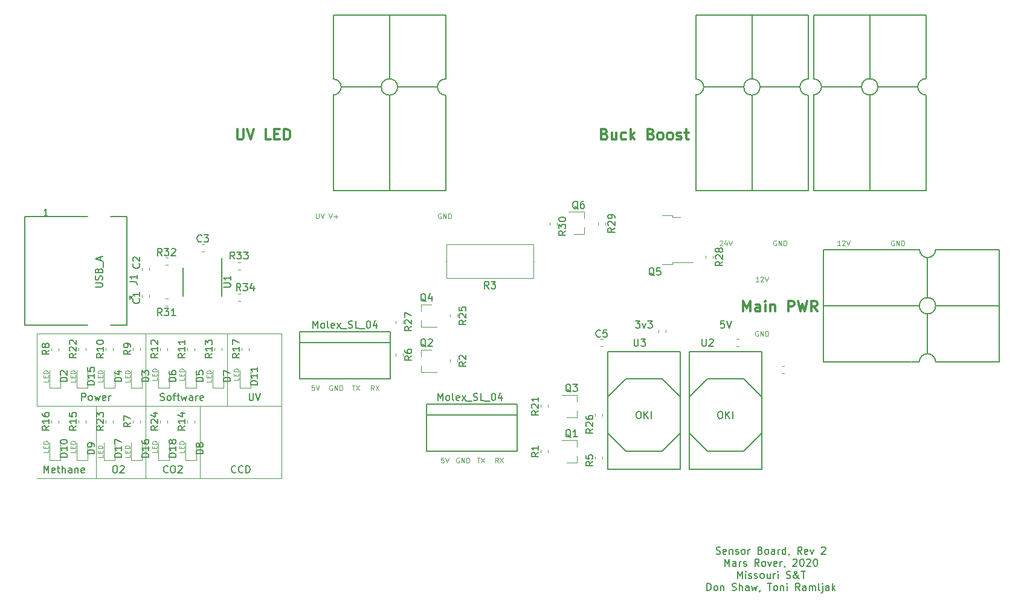
<source format=gbr>
G04 #@! TF.GenerationSoftware,KiCad,Pcbnew,(5.1.4)-1*
G04 #@! TF.CreationDate,2020-02-16T15:15:17-06:00*
G04 #@! TF.ProjectId,SRA_Sensor_Board,5352415f-5365-46e7-936f-725f426f6172,rev?*
G04 #@! TF.SameCoordinates,Original*
G04 #@! TF.FileFunction,Legend,Top*
G04 #@! TF.FilePolarity,Positive*
%FSLAX46Y46*%
G04 Gerber Fmt 4.6, Leading zero omitted, Abs format (unit mm)*
G04 Created by KiCad (PCBNEW (5.1.4)-1) date 2020-02-16 15:15:17*
%MOMM*%
%LPD*%
G04 APERTURE LIST*
%ADD10C,0.150000*%
%ADD11C,0.120000*%
%ADD12C,0.200000*%
%ADD13C,0.300000*%
%ADD14C,0.100000*%
%ADD15C,0.152400*%
G04 APERTURE END LIST*
D10*
X152479523Y-76922380D02*
X153098571Y-76922380D01*
X152765238Y-77303333D01*
X152908095Y-77303333D01*
X153003333Y-77350952D01*
X153050952Y-77398571D01*
X153098571Y-77493809D01*
X153098571Y-77731904D01*
X153050952Y-77827142D01*
X153003333Y-77874761D01*
X152908095Y-77922380D01*
X152622380Y-77922380D01*
X152527142Y-77874761D01*
X152479523Y-77827142D01*
X153431904Y-77255714D02*
X153670000Y-77922380D01*
X153908095Y-77255714D01*
X154193809Y-76922380D02*
X154812857Y-76922380D01*
X154479523Y-77303333D01*
X154622380Y-77303333D01*
X154717619Y-77350952D01*
X154765238Y-77398571D01*
X154812857Y-77493809D01*
X154812857Y-77731904D01*
X154765238Y-77827142D01*
X154717619Y-77874761D01*
X154622380Y-77922380D01*
X154336666Y-77922380D01*
X154241428Y-77874761D01*
X154193809Y-77827142D01*
X164909523Y-76922380D02*
X164433333Y-76922380D01*
X164385714Y-77398571D01*
X164433333Y-77350952D01*
X164528571Y-77303333D01*
X164766666Y-77303333D01*
X164861904Y-77350952D01*
X164909523Y-77398571D01*
X164957142Y-77493809D01*
X164957142Y-77731904D01*
X164909523Y-77827142D01*
X164861904Y-77874761D01*
X164766666Y-77922380D01*
X164528571Y-77922380D01*
X164433333Y-77874761D01*
X164385714Y-77827142D01*
X165242857Y-76922380D02*
X165576190Y-77922380D01*
X165909523Y-76922380D01*
X96464523Y-98147142D02*
X96416904Y-98194761D01*
X96274047Y-98242380D01*
X96178809Y-98242380D01*
X96035952Y-98194761D01*
X95940714Y-98099523D01*
X95893095Y-98004285D01*
X95845476Y-97813809D01*
X95845476Y-97670952D01*
X95893095Y-97480476D01*
X95940714Y-97385238D01*
X96035952Y-97290000D01*
X96178809Y-97242380D01*
X96274047Y-97242380D01*
X96416904Y-97290000D01*
X96464523Y-97337619D01*
X97464523Y-98147142D02*
X97416904Y-98194761D01*
X97274047Y-98242380D01*
X97178809Y-98242380D01*
X97035952Y-98194761D01*
X96940714Y-98099523D01*
X96893095Y-98004285D01*
X96845476Y-97813809D01*
X96845476Y-97670952D01*
X96893095Y-97480476D01*
X96940714Y-97385238D01*
X97035952Y-97290000D01*
X97178809Y-97242380D01*
X97274047Y-97242380D01*
X97416904Y-97290000D01*
X97464523Y-97337619D01*
X97893095Y-98242380D02*
X97893095Y-97242380D01*
X98131190Y-97242380D01*
X98274047Y-97290000D01*
X98369285Y-97385238D01*
X98416904Y-97480476D01*
X98464523Y-97670952D01*
X98464523Y-97813809D01*
X98416904Y-98004285D01*
X98369285Y-98099523D01*
X98274047Y-98194761D01*
X98131190Y-98242380D01*
X97893095Y-98242380D01*
X86939523Y-98147142D02*
X86891904Y-98194761D01*
X86749047Y-98242380D01*
X86653809Y-98242380D01*
X86510952Y-98194761D01*
X86415714Y-98099523D01*
X86368095Y-98004285D01*
X86320476Y-97813809D01*
X86320476Y-97670952D01*
X86368095Y-97480476D01*
X86415714Y-97385238D01*
X86510952Y-97290000D01*
X86653809Y-97242380D01*
X86749047Y-97242380D01*
X86891904Y-97290000D01*
X86939523Y-97337619D01*
X87558571Y-97242380D02*
X87749047Y-97242380D01*
X87844285Y-97290000D01*
X87939523Y-97385238D01*
X87987142Y-97575714D01*
X87987142Y-97909047D01*
X87939523Y-98099523D01*
X87844285Y-98194761D01*
X87749047Y-98242380D01*
X87558571Y-98242380D01*
X87463333Y-98194761D01*
X87368095Y-98099523D01*
X87320476Y-97909047D01*
X87320476Y-97575714D01*
X87368095Y-97385238D01*
X87463333Y-97290000D01*
X87558571Y-97242380D01*
X88368095Y-97337619D02*
X88415714Y-97290000D01*
X88510952Y-97242380D01*
X88749047Y-97242380D01*
X88844285Y-97290000D01*
X88891904Y-97337619D01*
X88939523Y-97432857D01*
X88939523Y-97528095D01*
X88891904Y-97670952D01*
X88320476Y-98242380D01*
X88939523Y-98242380D01*
D11*
X91440000Y-88900000D02*
X91440000Y-99060000D01*
D10*
X79438571Y-97242380D02*
X79629047Y-97242380D01*
X79724285Y-97290000D01*
X79819523Y-97385238D01*
X79867142Y-97575714D01*
X79867142Y-97909047D01*
X79819523Y-98099523D01*
X79724285Y-98194761D01*
X79629047Y-98242380D01*
X79438571Y-98242380D01*
X79343333Y-98194761D01*
X79248095Y-98099523D01*
X79200476Y-97909047D01*
X79200476Y-97575714D01*
X79248095Y-97385238D01*
X79343333Y-97290000D01*
X79438571Y-97242380D01*
X80248095Y-97337619D02*
X80295714Y-97290000D01*
X80390952Y-97242380D01*
X80629047Y-97242380D01*
X80724285Y-97290000D01*
X80771904Y-97337619D01*
X80819523Y-97432857D01*
X80819523Y-97528095D01*
X80771904Y-97670952D01*
X80200476Y-98242380D01*
X80819523Y-98242380D01*
D11*
X83820000Y-88900000D02*
X83820000Y-99060000D01*
D10*
X69556666Y-98242380D02*
X69556666Y-97242380D01*
X69890000Y-97956666D01*
X70223333Y-97242380D01*
X70223333Y-98242380D01*
X71080476Y-98194761D02*
X70985238Y-98242380D01*
X70794761Y-98242380D01*
X70699523Y-98194761D01*
X70651904Y-98099523D01*
X70651904Y-97718571D01*
X70699523Y-97623333D01*
X70794761Y-97575714D01*
X70985238Y-97575714D01*
X71080476Y-97623333D01*
X71128095Y-97718571D01*
X71128095Y-97813809D01*
X70651904Y-97909047D01*
X71413809Y-97575714D02*
X71794761Y-97575714D01*
X71556666Y-97242380D02*
X71556666Y-98099523D01*
X71604285Y-98194761D01*
X71699523Y-98242380D01*
X71794761Y-98242380D01*
X72128095Y-98242380D02*
X72128095Y-97242380D01*
X72556666Y-98242380D02*
X72556666Y-97718571D01*
X72509047Y-97623333D01*
X72413809Y-97575714D01*
X72270952Y-97575714D01*
X72175714Y-97623333D01*
X72128095Y-97670952D01*
X73461428Y-98242380D02*
X73461428Y-97718571D01*
X73413809Y-97623333D01*
X73318571Y-97575714D01*
X73128095Y-97575714D01*
X73032857Y-97623333D01*
X73461428Y-98194761D02*
X73366190Y-98242380D01*
X73128095Y-98242380D01*
X73032857Y-98194761D01*
X72985238Y-98099523D01*
X72985238Y-98004285D01*
X73032857Y-97909047D01*
X73128095Y-97861428D01*
X73366190Y-97861428D01*
X73461428Y-97813809D01*
X73937619Y-97575714D02*
X73937619Y-98242380D01*
X73937619Y-97670952D02*
X73985238Y-97623333D01*
X74080476Y-97575714D01*
X74223333Y-97575714D01*
X74318571Y-97623333D01*
X74366190Y-97718571D01*
X74366190Y-98242380D01*
X75223333Y-98194761D02*
X75128095Y-98242380D01*
X74937619Y-98242380D01*
X74842380Y-98194761D01*
X74794761Y-98099523D01*
X74794761Y-97718571D01*
X74842380Y-97623333D01*
X74937619Y-97575714D01*
X75128095Y-97575714D01*
X75223333Y-97623333D01*
X75270952Y-97718571D01*
X75270952Y-97813809D01*
X74794761Y-97909047D01*
D11*
X76835000Y-88900000D02*
X76835000Y-99060000D01*
D10*
X98345714Y-87082380D02*
X98345714Y-87891904D01*
X98393333Y-87987142D01*
X98440952Y-88034761D01*
X98536190Y-88082380D01*
X98726666Y-88082380D01*
X98821904Y-88034761D01*
X98869523Y-87987142D01*
X98917142Y-87891904D01*
X98917142Y-87082380D01*
X99250476Y-87082380D02*
X99583809Y-88082380D01*
X99917142Y-87082380D01*
D11*
X95250000Y-88900000D02*
X102870000Y-88900000D01*
X95250000Y-78740000D02*
X95250000Y-88900000D01*
D10*
X85876190Y-88034761D02*
X86019047Y-88082380D01*
X86257142Y-88082380D01*
X86352380Y-88034761D01*
X86400000Y-87987142D01*
X86447619Y-87891904D01*
X86447619Y-87796666D01*
X86400000Y-87701428D01*
X86352380Y-87653809D01*
X86257142Y-87606190D01*
X86066666Y-87558571D01*
X85971428Y-87510952D01*
X85923809Y-87463333D01*
X85876190Y-87368095D01*
X85876190Y-87272857D01*
X85923809Y-87177619D01*
X85971428Y-87130000D01*
X86066666Y-87082380D01*
X86304761Y-87082380D01*
X86447619Y-87130000D01*
X87019047Y-88082380D02*
X86923809Y-88034761D01*
X86876190Y-87987142D01*
X86828571Y-87891904D01*
X86828571Y-87606190D01*
X86876190Y-87510952D01*
X86923809Y-87463333D01*
X87019047Y-87415714D01*
X87161904Y-87415714D01*
X87257142Y-87463333D01*
X87304761Y-87510952D01*
X87352380Y-87606190D01*
X87352380Y-87891904D01*
X87304761Y-87987142D01*
X87257142Y-88034761D01*
X87161904Y-88082380D01*
X87019047Y-88082380D01*
X87638095Y-87415714D02*
X88019047Y-87415714D01*
X87780952Y-88082380D02*
X87780952Y-87225238D01*
X87828571Y-87130000D01*
X87923809Y-87082380D01*
X88019047Y-87082380D01*
X88209523Y-87415714D02*
X88590476Y-87415714D01*
X88352380Y-87082380D02*
X88352380Y-87939523D01*
X88400000Y-88034761D01*
X88495238Y-88082380D01*
X88590476Y-88082380D01*
X88828571Y-87415714D02*
X89019047Y-88082380D01*
X89209523Y-87606190D01*
X89400000Y-88082380D01*
X89590476Y-87415714D01*
X90400000Y-88082380D02*
X90400000Y-87558571D01*
X90352380Y-87463333D01*
X90257142Y-87415714D01*
X90066666Y-87415714D01*
X89971428Y-87463333D01*
X90400000Y-88034761D02*
X90304761Y-88082380D01*
X90066666Y-88082380D01*
X89971428Y-88034761D01*
X89923809Y-87939523D01*
X89923809Y-87844285D01*
X89971428Y-87749047D01*
X90066666Y-87701428D01*
X90304761Y-87701428D01*
X90400000Y-87653809D01*
X90876190Y-88082380D02*
X90876190Y-87415714D01*
X90876190Y-87606190D02*
X90923809Y-87510952D01*
X90971428Y-87463333D01*
X91066666Y-87415714D01*
X91161904Y-87415714D01*
X91876190Y-88034761D02*
X91780952Y-88082380D01*
X91590476Y-88082380D01*
X91495238Y-88034761D01*
X91447619Y-87939523D01*
X91447619Y-87558571D01*
X91495238Y-87463333D01*
X91590476Y-87415714D01*
X91780952Y-87415714D01*
X91876190Y-87463333D01*
X91923809Y-87558571D01*
X91923809Y-87653809D01*
X91447619Y-87749047D01*
D11*
X83820000Y-88900000D02*
X95250000Y-88900000D01*
D10*
X74858809Y-88082380D02*
X74858809Y-87082380D01*
X75239761Y-87082380D01*
X75335000Y-87130000D01*
X75382619Y-87177619D01*
X75430238Y-87272857D01*
X75430238Y-87415714D01*
X75382619Y-87510952D01*
X75335000Y-87558571D01*
X75239761Y-87606190D01*
X74858809Y-87606190D01*
X76001666Y-88082380D02*
X75906428Y-88034761D01*
X75858809Y-87987142D01*
X75811190Y-87891904D01*
X75811190Y-87606190D01*
X75858809Y-87510952D01*
X75906428Y-87463333D01*
X76001666Y-87415714D01*
X76144523Y-87415714D01*
X76239761Y-87463333D01*
X76287380Y-87510952D01*
X76335000Y-87606190D01*
X76335000Y-87891904D01*
X76287380Y-87987142D01*
X76239761Y-88034761D01*
X76144523Y-88082380D01*
X76001666Y-88082380D01*
X76668333Y-87415714D02*
X76858809Y-88082380D01*
X77049285Y-87606190D01*
X77239761Y-88082380D01*
X77430238Y-87415714D01*
X78192142Y-88034761D02*
X78096904Y-88082380D01*
X77906428Y-88082380D01*
X77811190Y-88034761D01*
X77763571Y-87939523D01*
X77763571Y-87558571D01*
X77811190Y-87463333D01*
X77906428Y-87415714D01*
X78096904Y-87415714D01*
X78192142Y-87463333D01*
X78239761Y-87558571D01*
X78239761Y-87653809D01*
X77763571Y-87749047D01*
X78668333Y-88082380D02*
X78668333Y-87415714D01*
X78668333Y-87606190D02*
X78715952Y-87510952D01*
X78763571Y-87463333D01*
X78858809Y-87415714D01*
X78954047Y-87415714D01*
D11*
X68580000Y-88900000D02*
X68580000Y-87630000D01*
X83820000Y-88900000D02*
X68580000Y-88900000D01*
X83820000Y-87630000D02*
X83820000Y-88900000D01*
X68580000Y-87630000D02*
X68580000Y-78740000D01*
X83820000Y-78740000D02*
X83820000Y-87630000D01*
X102870000Y-78740000D02*
X68580000Y-78740000D01*
X102870000Y-99060000D02*
X102870000Y-78740000D01*
X68580000Y-99060000D02*
X102870000Y-99060000D01*
D12*
X163783333Y-109614761D02*
X163926190Y-109662380D01*
X164164285Y-109662380D01*
X164259523Y-109614761D01*
X164307142Y-109567142D01*
X164354761Y-109471904D01*
X164354761Y-109376666D01*
X164307142Y-109281428D01*
X164259523Y-109233809D01*
X164164285Y-109186190D01*
X163973809Y-109138571D01*
X163878571Y-109090952D01*
X163830952Y-109043333D01*
X163783333Y-108948095D01*
X163783333Y-108852857D01*
X163830952Y-108757619D01*
X163878571Y-108710000D01*
X163973809Y-108662380D01*
X164211904Y-108662380D01*
X164354761Y-108710000D01*
X165164285Y-109614761D02*
X165069047Y-109662380D01*
X164878571Y-109662380D01*
X164783333Y-109614761D01*
X164735714Y-109519523D01*
X164735714Y-109138571D01*
X164783333Y-109043333D01*
X164878571Y-108995714D01*
X165069047Y-108995714D01*
X165164285Y-109043333D01*
X165211904Y-109138571D01*
X165211904Y-109233809D01*
X164735714Y-109329047D01*
X165640476Y-108995714D02*
X165640476Y-109662380D01*
X165640476Y-109090952D02*
X165688095Y-109043333D01*
X165783333Y-108995714D01*
X165926190Y-108995714D01*
X166021428Y-109043333D01*
X166069047Y-109138571D01*
X166069047Y-109662380D01*
X166497619Y-109614761D02*
X166592857Y-109662380D01*
X166783333Y-109662380D01*
X166878571Y-109614761D01*
X166926190Y-109519523D01*
X166926190Y-109471904D01*
X166878571Y-109376666D01*
X166783333Y-109329047D01*
X166640476Y-109329047D01*
X166545238Y-109281428D01*
X166497619Y-109186190D01*
X166497619Y-109138571D01*
X166545238Y-109043333D01*
X166640476Y-108995714D01*
X166783333Y-108995714D01*
X166878571Y-109043333D01*
X167497619Y-109662380D02*
X167402380Y-109614761D01*
X167354761Y-109567142D01*
X167307142Y-109471904D01*
X167307142Y-109186190D01*
X167354761Y-109090952D01*
X167402380Y-109043333D01*
X167497619Y-108995714D01*
X167640476Y-108995714D01*
X167735714Y-109043333D01*
X167783333Y-109090952D01*
X167830952Y-109186190D01*
X167830952Y-109471904D01*
X167783333Y-109567142D01*
X167735714Y-109614761D01*
X167640476Y-109662380D01*
X167497619Y-109662380D01*
X168259523Y-109662380D02*
X168259523Y-108995714D01*
X168259523Y-109186190D02*
X168307142Y-109090952D01*
X168354761Y-109043333D01*
X168450000Y-108995714D01*
X168545238Y-108995714D01*
X169973809Y-109138571D02*
X170116666Y-109186190D01*
X170164285Y-109233809D01*
X170211904Y-109329047D01*
X170211904Y-109471904D01*
X170164285Y-109567142D01*
X170116666Y-109614761D01*
X170021428Y-109662380D01*
X169640476Y-109662380D01*
X169640476Y-108662380D01*
X169973809Y-108662380D01*
X170069047Y-108710000D01*
X170116666Y-108757619D01*
X170164285Y-108852857D01*
X170164285Y-108948095D01*
X170116666Y-109043333D01*
X170069047Y-109090952D01*
X169973809Y-109138571D01*
X169640476Y-109138571D01*
X170783333Y-109662380D02*
X170688095Y-109614761D01*
X170640476Y-109567142D01*
X170592857Y-109471904D01*
X170592857Y-109186190D01*
X170640476Y-109090952D01*
X170688095Y-109043333D01*
X170783333Y-108995714D01*
X170926190Y-108995714D01*
X171021428Y-109043333D01*
X171069047Y-109090952D01*
X171116666Y-109186190D01*
X171116666Y-109471904D01*
X171069047Y-109567142D01*
X171021428Y-109614761D01*
X170926190Y-109662380D01*
X170783333Y-109662380D01*
X171973809Y-109662380D02*
X171973809Y-109138571D01*
X171926190Y-109043333D01*
X171830952Y-108995714D01*
X171640476Y-108995714D01*
X171545238Y-109043333D01*
X171973809Y-109614761D02*
X171878571Y-109662380D01*
X171640476Y-109662380D01*
X171545238Y-109614761D01*
X171497619Y-109519523D01*
X171497619Y-109424285D01*
X171545238Y-109329047D01*
X171640476Y-109281428D01*
X171878571Y-109281428D01*
X171973809Y-109233809D01*
X172450000Y-109662380D02*
X172450000Y-108995714D01*
X172450000Y-109186190D02*
X172497619Y-109090952D01*
X172545238Y-109043333D01*
X172640476Y-108995714D01*
X172735714Y-108995714D01*
X173497619Y-109662380D02*
X173497619Y-108662380D01*
X173497619Y-109614761D02*
X173402380Y-109662380D01*
X173211904Y-109662380D01*
X173116666Y-109614761D01*
X173069047Y-109567142D01*
X173021428Y-109471904D01*
X173021428Y-109186190D01*
X173069047Y-109090952D01*
X173116666Y-109043333D01*
X173211904Y-108995714D01*
X173402380Y-108995714D01*
X173497619Y-109043333D01*
X174021428Y-109614761D02*
X174021428Y-109662380D01*
X173973809Y-109757619D01*
X173926190Y-109805238D01*
X175783333Y-109662380D02*
X175450000Y-109186190D01*
X175211904Y-109662380D02*
X175211904Y-108662380D01*
X175592857Y-108662380D01*
X175688095Y-108710000D01*
X175735714Y-108757619D01*
X175783333Y-108852857D01*
X175783333Y-108995714D01*
X175735714Y-109090952D01*
X175688095Y-109138571D01*
X175592857Y-109186190D01*
X175211904Y-109186190D01*
X176592857Y-109614761D02*
X176497619Y-109662380D01*
X176307142Y-109662380D01*
X176211904Y-109614761D01*
X176164285Y-109519523D01*
X176164285Y-109138571D01*
X176211904Y-109043333D01*
X176307142Y-108995714D01*
X176497619Y-108995714D01*
X176592857Y-109043333D01*
X176640476Y-109138571D01*
X176640476Y-109233809D01*
X176164285Y-109329047D01*
X176973809Y-108995714D02*
X177211904Y-109662380D01*
X177450000Y-108995714D01*
X178545238Y-108757619D02*
X178592857Y-108710000D01*
X178688095Y-108662380D01*
X178926190Y-108662380D01*
X179021428Y-108710000D01*
X179069047Y-108757619D01*
X179116666Y-108852857D01*
X179116666Y-108948095D01*
X179069047Y-109090952D01*
X178497619Y-109662380D01*
X179116666Y-109662380D01*
X164973809Y-111362380D02*
X164973809Y-110362380D01*
X165307142Y-111076666D01*
X165640476Y-110362380D01*
X165640476Y-111362380D01*
X166545238Y-111362380D02*
X166545238Y-110838571D01*
X166497619Y-110743333D01*
X166402380Y-110695714D01*
X166211904Y-110695714D01*
X166116666Y-110743333D01*
X166545238Y-111314761D02*
X166450000Y-111362380D01*
X166211904Y-111362380D01*
X166116666Y-111314761D01*
X166069047Y-111219523D01*
X166069047Y-111124285D01*
X166116666Y-111029047D01*
X166211904Y-110981428D01*
X166450000Y-110981428D01*
X166545238Y-110933809D01*
X167021428Y-111362380D02*
X167021428Y-110695714D01*
X167021428Y-110886190D02*
X167069047Y-110790952D01*
X167116666Y-110743333D01*
X167211904Y-110695714D01*
X167307142Y-110695714D01*
X167592857Y-111314761D02*
X167688095Y-111362380D01*
X167878571Y-111362380D01*
X167973809Y-111314761D01*
X168021428Y-111219523D01*
X168021428Y-111171904D01*
X167973809Y-111076666D01*
X167878571Y-111029047D01*
X167735714Y-111029047D01*
X167640476Y-110981428D01*
X167592857Y-110886190D01*
X167592857Y-110838571D01*
X167640476Y-110743333D01*
X167735714Y-110695714D01*
X167878571Y-110695714D01*
X167973809Y-110743333D01*
X169783333Y-111362380D02*
X169450000Y-110886190D01*
X169211904Y-111362380D02*
X169211904Y-110362380D01*
X169592857Y-110362380D01*
X169688095Y-110410000D01*
X169735714Y-110457619D01*
X169783333Y-110552857D01*
X169783333Y-110695714D01*
X169735714Y-110790952D01*
X169688095Y-110838571D01*
X169592857Y-110886190D01*
X169211904Y-110886190D01*
X170354761Y-111362380D02*
X170259523Y-111314761D01*
X170211904Y-111267142D01*
X170164285Y-111171904D01*
X170164285Y-110886190D01*
X170211904Y-110790952D01*
X170259523Y-110743333D01*
X170354761Y-110695714D01*
X170497619Y-110695714D01*
X170592857Y-110743333D01*
X170640476Y-110790952D01*
X170688095Y-110886190D01*
X170688095Y-111171904D01*
X170640476Y-111267142D01*
X170592857Y-111314761D01*
X170497619Y-111362380D01*
X170354761Y-111362380D01*
X171021428Y-110695714D02*
X171259523Y-111362380D01*
X171497619Y-110695714D01*
X172259523Y-111314761D02*
X172164285Y-111362380D01*
X171973809Y-111362380D01*
X171878571Y-111314761D01*
X171830952Y-111219523D01*
X171830952Y-110838571D01*
X171878571Y-110743333D01*
X171973809Y-110695714D01*
X172164285Y-110695714D01*
X172259523Y-110743333D01*
X172307142Y-110838571D01*
X172307142Y-110933809D01*
X171830952Y-111029047D01*
X172735714Y-111362380D02*
X172735714Y-110695714D01*
X172735714Y-110886190D02*
X172783333Y-110790952D01*
X172830952Y-110743333D01*
X172926190Y-110695714D01*
X173021428Y-110695714D01*
X173402380Y-111314761D02*
X173402380Y-111362380D01*
X173354761Y-111457619D01*
X173307142Y-111505238D01*
X174545238Y-110457619D02*
X174592857Y-110410000D01*
X174688095Y-110362380D01*
X174926190Y-110362380D01*
X175021428Y-110410000D01*
X175069047Y-110457619D01*
X175116666Y-110552857D01*
X175116666Y-110648095D01*
X175069047Y-110790952D01*
X174497619Y-111362380D01*
X175116666Y-111362380D01*
X175735714Y-110362380D02*
X175830952Y-110362380D01*
X175926190Y-110410000D01*
X175973809Y-110457619D01*
X176021428Y-110552857D01*
X176069047Y-110743333D01*
X176069047Y-110981428D01*
X176021428Y-111171904D01*
X175973809Y-111267142D01*
X175926190Y-111314761D01*
X175830952Y-111362380D01*
X175735714Y-111362380D01*
X175640476Y-111314761D01*
X175592857Y-111267142D01*
X175545238Y-111171904D01*
X175497619Y-110981428D01*
X175497619Y-110743333D01*
X175545238Y-110552857D01*
X175592857Y-110457619D01*
X175640476Y-110410000D01*
X175735714Y-110362380D01*
X176450000Y-110457619D02*
X176497619Y-110410000D01*
X176592857Y-110362380D01*
X176830952Y-110362380D01*
X176926190Y-110410000D01*
X176973809Y-110457619D01*
X177021428Y-110552857D01*
X177021428Y-110648095D01*
X176973809Y-110790952D01*
X176402380Y-111362380D01*
X177021428Y-111362380D01*
X177640476Y-110362380D02*
X177735714Y-110362380D01*
X177830952Y-110410000D01*
X177878571Y-110457619D01*
X177926190Y-110552857D01*
X177973809Y-110743333D01*
X177973809Y-110981428D01*
X177926190Y-111171904D01*
X177878571Y-111267142D01*
X177830952Y-111314761D01*
X177735714Y-111362380D01*
X177640476Y-111362380D01*
X177545238Y-111314761D01*
X177497619Y-111267142D01*
X177450000Y-111171904D01*
X177402380Y-110981428D01*
X177402380Y-110743333D01*
X177450000Y-110552857D01*
X177497619Y-110457619D01*
X177545238Y-110410000D01*
X177640476Y-110362380D01*
X166759523Y-113062380D02*
X166759523Y-112062380D01*
X167092857Y-112776666D01*
X167426190Y-112062380D01*
X167426190Y-113062380D01*
X167902380Y-113062380D02*
X167902380Y-112395714D01*
X167902380Y-112062380D02*
X167854761Y-112110000D01*
X167902380Y-112157619D01*
X167950000Y-112110000D01*
X167902380Y-112062380D01*
X167902380Y-112157619D01*
X168330952Y-113014761D02*
X168426190Y-113062380D01*
X168616666Y-113062380D01*
X168711904Y-113014761D01*
X168759523Y-112919523D01*
X168759523Y-112871904D01*
X168711904Y-112776666D01*
X168616666Y-112729047D01*
X168473809Y-112729047D01*
X168378571Y-112681428D01*
X168330952Y-112586190D01*
X168330952Y-112538571D01*
X168378571Y-112443333D01*
X168473809Y-112395714D01*
X168616666Y-112395714D01*
X168711904Y-112443333D01*
X169140476Y-113014761D02*
X169235714Y-113062380D01*
X169426190Y-113062380D01*
X169521428Y-113014761D01*
X169569047Y-112919523D01*
X169569047Y-112871904D01*
X169521428Y-112776666D01*
X169426190Y-112729047D01*
X169283333Y-112729047D01*
X169188095Y-112681428D01*
X169140476Y-112586190D01*
X169140476Y-112538571D01*
X169188095Y-112443333D01*
X169283333Y-112395714D01*
X169426190Y-112395714D01*
X169521428Y-112443333D01*
X170140476Y-113062380D02*
X170045238Y-113014761D01*
X169997619Y-112967142D01*
X169950000Y-112871904D01*
X169950000Y-112586190D01*
X169997619Y-112490952D01*
X170045238Y-112443333D01*
X170140476Y-112395714D01*
X170283333Y-112395714D01*
X170378571Y-112443333D01*
X170426190Y-112490952D01*
X170473809Y-112586190D01*
X170473809Y-112871904D01*
X170426190Y-112967142D01*
X170378571Y-113014761D01*
X170283333Y-113062380D01*
X170140476Y-113062380D01*
X171330952Y-112395714D02*
X171330952Y-113062380D01*
X170902380Y-112395714D02*
X170902380Y-112919523D01*
X170950000Y-113014761D01*
X171045238Y-113062380D01*
X171188095Y-113062380D01*
X171283333Y-113014761D01*
X171330952Y-112967142D01*
X171807142Y-113062380D02*
X171807142Y-112395714D01*
X171807142Y-112586190D02*
X171854761Y-112490952D01*
X171902380Y-112443333D01*
X171997619Y-112395714D01*
X172092857Y-112395714D01*
X172426190Y-113062380D02*
X172426190Y-112395714D01*
X172426190Y-112062380D02*
X172378571Y-112110000D01*
X172426190Y-112157619D01*
X172473809Y-112110000D01*
X172426190Y-112062380D01*
X172426190Y-112157619D01*
X173616666Y-113014761D02*
X173759523Y-113062380D01*
X173997619Y-113062380D01*
X174092857Y-113014761D01*
X174140476Y-112967142D01*
X174188095Y-112871904D01*
X174188095Y-112776666D01*
X174140476Y-112681428D01*
X174092857Y-112633809D01*
X173997619Y-112586190D01*
X173807142Y-112538571D01*
X173711904Y-112490952D01*
X173664285Y-112443333D01*
X173616666Y-112348095D01*
X173616666Y-112252857D01*
X173664285Y-112157619D01*
X173711904Y-112110000D01*
X173807142Y-112062380D01*
X174045238Y-112062380D01*
X174188095Y-112110000D01*
X175426190Y-113062380D02*
X175378571Y-113062380D01*
X175283333Y-113014761D01*
X175140476Y-112871904D01*
X174902380Y-112586190D01*
X174807142Y-112443333D01*
X174759523Y-112300476D01*
X174759523Y-112205238D01*
X174807142Y-112110000D01*
X174902380Y-112062380D01*
X174950000Y-112062380D01*
X175045238Y-112110000D01*
X175092857Y-112205238D01*
X175092857Y-112252857D01*
X175045238Y-112348095D01*
X174997619Y-112395714D01*
X174711904Y-112586190D01*
X174664285Y-112633809D01*
X174616666Y-112729047D01*
X174616666Y-112871904D01*
X174664285Y-112967142D01*
X174711904Y-113014761D01*
X174807142Y-113062380D01*
X174950000Y-113062380D01*
X175045238Y-113014761D01*
X175092857Y-112967142D01*
X175235714Y-112776666D01*
X175283333Y-112633809D01*
X175283333Y-112538571D01*
X175711904Y-112062380D02*
X176283333Y-112062380D01*
X175997619Y-113062380D02*
X175997619Y-112062380D01*
X162497619Y-114762380D02*
X162497619Y-113762380D01*
X162735714Y-113762380D01*
X162878571Y-113810000D01*
X162973809Y-113905238D01*
X163021428Y-114000476D01*
X163069047Y-114190952D01*
X163069047Y-114333809D01*
X163021428Y-114524285D01*
X162973809Y-114619523D01*
X162878571Y-114714761D01*
X162735714Y-114762380D01*
X162497619Y-114762380D01*
X163640476Y-114762380D02*
X163545238Y-114714761D01*
X163497619Y-114667142D01*
X163450000Y-114571904D01*
X163450000Y-114286190D01*
X163497619Y-114190952D01*
X163545238Y-114143333D01*
X163640476Y-114095714D01*
X163783333Y-114095714D01*
X163878571Y-114143333D01*
X163926190Y-114190952D01*
X163973809Y-114286190D01*
X163973809Y-114571904D01*
X163926190Y-114667142D01*
X163878571Y-114714761D01*
X163783333Y-114762380D01*
X163640476Y-114762380D01*
X164402380Y-114095714D02*
X164402380Y-114762380D01*
X164402380Y-114190952D02*
X164450000Y-114143333D01*
X164545238Y-114095714D01*
X164688095Y-114095714D01*
X164783333Y-114143333D01*
X164830952Y-114238571D01*
X164830952Y-114762380D01*
X166021428Y-114714761D02*
X166164285Y-114762380D01*
X166402380Y-114762380D01*
X166497619Y-114714761D01*
X166545238Y-114667142D01*
X166592857Y-114571904D01*
X166592857Y-114476666D01*
X166545238Y-114381428D01*
X166497619Y-114333809D01*
X166402380Y-114286190D01*
X166211904Y-114238571D01*
X166116666Y-114190952D01*
X166069047Y-114143333D01*
X166021428Y-114048095D01*
X166021428Y-113952857D01*
X166069047Y-113857619D01*
X166116666Y-113810000D01*
X166211904Y-113762380D01*
X166450000Y-113762380D01*
X166592857Y-113810000D01*
X167021428Y-114762380D02*
X167021428Y-113762380D01*
X167450000Y-114762380D02*
X167450000Y-114238571D01*
X167402380Y-114143333D01*
X167307142Y-114095714D01*
X167164285Y-114095714D01*
X167069047Y-114143333D01*
X167021428Y-114190952D01*
X168354761Y-114762380D02*
X168354761Y-114238571D01*
X168307142Y-114143333D01*
X168211904Y-114095714D01*
X168021428Y-114095714D01*
X167926190Y-114143333D01*
X168354761Y-114714761D02*
X168259523Y-114762380D01*
X168021428Y-114762380D01*
X167926190Y-114714761D01*
X167878571Y-114619523D01*
X167878571Y-114524285D01*
X167926190Y-114429047D01*
X168021428Y-114381428D01*
X168259523Y-114381428D01*
X168354761Y-114333809D01*
X168735714Y-114095714D02*
X168926190Y-114762380D01*
X169116666Y-114286190D01*
X169307142Y-114762380D01*
X169497619Y-114095714D01*
X169926190Y-114714761D02*
X169926190Y-114762380D01*
X169878571Y-114857619D01*
X169830952Y-114905238D01*
X170973809Y-113762380D02*
X171545238Y-113762380D01*
X171259523Y-114762380D02*
X171259523Y-113762380D01*
X172021428Y-114762380D02*
X171926190Y-114714761D01*
X171878571Y-114667142D01*
X171830952Y-114571904D01*
X171830952Y-114286190D01*
X171878571Y-114190952D01*
X171926190Y-114143333D01*
X172021428Y-114095714D01*
X172164285Y-114095714D01*
X172259523Y-114143333D01*
X172307142Y-114190952D01*
X172354761Y-114286190D01*
X172354761Y-114571904D01*
X172307142Y-114667142D01*
X172259523Y-114714761D01*
X172164285Y-114762380D01*
X172021428Y-114762380D01*
X172783333Y-114095714D02*
X172783333Y-114762380D01*
X172783333Y-114190952D02*
X172830952Y-114143333D01*
X172926190Y-114095714D01*
X173069047Y-114095714D01*
X173164285Y-114143333D01*
X173211904Y-114238571D01*
X173211904Y-114762380D01*
X173688095Y-114762380D02*
X173688095Y-114095714D01*
X173688095Y-113762380D02*
X173640476Y-113810000D01*
X173688095Y-113857619D01*
X173735714Y-113810000D01*
X173688095Y-113762380D01*
X173688095Y-113857619D01*
X175497619Y-114762380D02*
X175164285Y-114286190D01*
X174926190Y-114762380D02*
X174926190Y-113762380D01*
X175307142Y-113762380D01*
X175402380Y-113810000D01*
X175450000Y-113857619D01*
X175497619Y-113952857D01*
X175497619Y-114095714D01*
X175450000Y-114190952D01*
X175402380Y-114238571D01*
X175307142Y-114286190D01*
X174926190Y-114286190D01*
X176354761Y-114762380D02*
X176354761Y-114238571D01*
X176307142Y-114143333D01*
X176211904Y-114095714D01*
X176021428Y-114095714D01*
X175926190Y-114143333D01*
X176354761Y-114714761D02*
X176259523Y-114762380D01*
X176021428Y-114762380D01*
X175926190Y-114714761D01*
X175878571Y-114619523D01*
X175878571Y-114524285D01*
X175926190Y-114429047D01*
X176021428Y-114381428D01*
X176259523Y-114381428D01*
X176354761Y-114333809D01*
X176830952Y-114762380D02*
X176830952Y-114095714D01*
X176830952Y-114190952D02*
X176878571Y-114143333D01*
X176973809Y-114095714D01*
X177116666Y-114095714D01*
X177211904Y-114143333D01*
X177259523Y-114238571D01*
X177259523Y-114762380D01*
X177259523Y-114238571D02*
X177307142Y-114143333D01*
X177402380Y-114095714D01*
X177545238Y-114095714D01*
X177640476Y-114143333D01*
X177688095Y-114238571D01*
X177688095Y-114762380D01*
X178307142Y-114762380D02*
X178211904Y-114714761D01*
X178164285Y-114619523D01*
X178164285Y-113762380D01*
X178688095Y-114095714D02*
X178688095Y-114952857D01*
X178640476Y-115048095D01*
X178545238Y-115095714D01*
X178497619Y-115095714D01*
X178688095Y-113762380D02*
X178640476Y-113810000D01*
X178688095Y-113857619D01*
X178735714Y-113810000D01*
X178688095Y-113762380D01*
X178688095Y-113857619D01*
X179592857Y-114762380D02*
X179592857Y-114238571D01*
X179545238Y-114143333D01*
X179450000Y-114095714D01*
X179259523Y-114095714D01*
X179164285Y-114143333D01*
X179592857Y-114714761D02*
X179497619Y-114762380D01*
X179259523Y-114762380D01*
X179164285Y-114714761D01*
X179116666Y-114619523D01*
X179116666Y-114524285D01*
X179164285Y-114429047D01*
X179259523Y-114381428D01*
X179497619Y-114381428D01*
X179592857Y-114333809D01*
X180069047Y-114762380D02*
X180069047Y-113762380D01*
X180164285Y-114381428D02*
X180450000Y-114762380D01*
X180450000Y-114095714D02*
X180069047Y-114476666D01*
D13*
X167577142Y-75608571D02*
X167577142Y-74108571D01*
X168077142Y-75180000D01*
X168577142Y-74108571D01*
X168577142Y-75608571D01*
X169934285Y-75608571D02*
X169934285Y-74822857D01*
X169862857Y-74680000D01*
X169720000Y-74608571D01*
X169434285Y-74608571D01*
X169291428Y-74680000D01*
X169934285Y-75537142D02*
X169791428Y-75608571D01*
X169434285Y-75608571D01*
X169291428Y-75537142D01*
X169220000Y-75394285D01*
X169220000Y-75251428D01*
X169291428Y-75108571D01*
X169434285Y-75037142D01*
X169791428Y-75037142D01*
X169934285Y-74965714D01*
X170648571Y-75608571D02*
X170648571Y-74608571D01*
X170648571Y-74108571D02*
X170577142Y-74180000D01*
X170648571Y-74251428D01*
X170720000Y-74180000D01*
X170648571Y-74108571D01*
X170648571Y-74251428D01*
X171362857Y-74608571D02*
X171362857Y-75608571D01*
X171362857Y-74751428D02*
X171434285Y-74680000D01*
X171577142Y-74608571D01*
X171791428Y-74608571D01*
X171934285Y-74680000D01*
X172005714Y-74822857D01*
X172005714Y-75608571D01*
X173862857Y-75608571D02*
X173862857Y-74108571D01*
X174434285Y-74108571D01*
X174577142Y-74180000D01*
X174648571Y-74251428D01*
X174720000Y-74394285D01*
X174720000Y-74608571D01*
X174648571Y-74751428D01*
X174577142Y-74822857D01*
X174434285Y-74894285D01*
X173862857Y-74894285D01*
X175220000Y-74108571D02*
X175577142Y-75608571D01*
X175862857Y-74537142D01*
X176148571Y-75608571D01*
X176505714Y-74108571D01*
X177934285Y-75608571D02*
X177434285Y-74894285D01*
X177077142Y-75608571D02*
X177077142Y-74108571D01*
X177648571Y-74108571D01*
X177791428Y-74180000D01*
X177862857Y-74251428D01*
X177934285Y-74394285D01*
X177934285Y-74608571D01*
X177862857Y-74751428D01*
X177791428Y-74822857D01*
X177648571Y-74894285D01*
X177077142Y-74894285D01*
X148134285Y-50692857D02*
X148348571Y-50764285D01*
X148420000Y-50835714D01*
X148491428Y-50978571D01*
X148491428Y-51192857D01*
X148420000Y-51335714D01*
X148348571Y-51407142D01*
X148205714Y-51478571D01*
X147634285Y-51478571D01*
X147634285Y-49978571D01*
X148134285Y-49978571D01*
X148277142Y-50050000D01*
X148348571Y-50121428D01*
X148420000Y-50264285D01*
X148420000Y-50407142D01*
X148348571Y-50550000D01*
X148277142Y-50621428D01*
X148134285Y-50692857D01*
X147634285Y-50692857D01*
X149777142Y-50478571D02*
X149777142Y-51478571D01*
X149134285Y-50478571D02*
X149134285Y-51264285D01*
X149205714Y-51407142D01*
X149348571Y-51478571D01*
X149562857Y-51478571D01*
X149705714Y-51407142D01*
X149777142Y-51335714D01*
X151134285Y-51407142D02*
X150991428Y-51478571D01*
X150705714Y-51478571D01*
X150562857Y-51407142D01*
X150491428Y-51335714D01*
X150420000Y-51192857D01*
X150420000Y-50764285D01*
X150491428Y-50621428D01*
X150562857Y-50550000D01*
X150705714Y-50478571D01*
X150991428Y-50478571D01*
X151134285Y-50550000D01*
X151777142Y-51478571D02*
X151777142Y-49978571D01*
X151920000Y-50907142D02*
X152348571Y-51478571D01*
X152348571Y-50478571D02*
X151777142Y-51050000D01*
X154634285Y-50692857D02*
X154848571Y-50764285D01*
X154920000Y-50835714D01*
X154991428Y-50978571D01*
X154991428Y-51192857D01*
X154920000Y-51335714D01*
X154848571Y-51407142D01*
X154705714Y-51478571D01*
X154134285Y-51478571D01*
X154134285Y-49978571D01*
X154634285Y-49978571D01*
X154777142Y-50050000D01*
X154848571Y-50121428D01*
X154920000Y-50264285D01*
X154920000Y-50407142D01*
X154848571Y-50550000D01*
X154777142Y-50621428D01*
X154634285Y-50692857D01*
X154134285Y-50692857D01*
X155848571Y-51478571D02*
X155705714Y-51407142D01*
X155634285Y-51335714D01*
X155562857Y-51192857D01*
X155562857Y-50764285D01*
X155634285Y-50621428D01*
X155705714Y-50550000D01*
X155848571Y-50478571D01*
X156062857Y-50478571D01*
X156205714Y-50550000D01*
X156277142Y-50621428D01*
X156348571Y-50764285D01*
X156348571Y-51192857D01*
X156277142Y-51335714D01*
X156205714Y-51407142D01*
X156062857Y-51478571D01*
X155848571Y-51478571D01*
X157205714Y-51478571D02*
X157062857Y-51407142D01*
X156991428Y-51335714D01*
X156920000Y-51192857D01*
X156920000Y-50764285D01*
X156991428Y-50621428D01*
X157062857Y-50550000D01*
X157205714Y-50478571D01*
X157420000Y-50478571D01*
X157562857Y-50550000D01*
X157634285Y-50621428D01*
X157705714Y-50764285D01*
X157705714Y-51192857D01*
X157634285Y-51335714D01*
X157562857Y-51407142D01*
X157420000Y-51478571D01*
X157205714Y-51478571D01*
X158277142Y-51407142D02*
X158420000Y-51478571D01*
X158705714Y-51478571D01*
X158848571Y-51407142D01*
X158920000Y-51264285D01*
X158920000Y-51192857D01*
X158848571Y-51050000D01*
X158705714Y-50978571D01*
X158491428Y-50978571D01*
X158348571Y-50907142D01*
X158277142Y-50764285D01*
X158277142Y-50692857D01*
X158348571Y-50550000D01*
X158491428Y-50478571D01*
X158705714Y-50478571D01*
X158848571Y-50550000D01*
X159348571Y-50478571D02*
X159920000Y-50478571D01*
X159562857Y-49978571D02*
X159562857Y-51264285D01*
X159634285Y-51407142D01*
X159777142Y-51478571D01*
X159920000Y-51478571D01*
X96651428Y-49978571D02*
X96651428Y-51192857D01*
X96722857Y-51335714D01*
X96794285Y-51407142D01*
X96937142Y-51478571D01*
X97222857Y-51478571D01*
X97365714Y-51407142D01*
X97437142Y-51335714D01*
X97508571Y-51192857D01*
X97508571Y-49978571D01*
X98008571Y-49978571D02*
X98508571Y-51478571D01*
X99008571Y-49978571D01*
X101365714Y-51478571D02*
X100651428Y-51478571D01*
X100651428Y-49978571D01*
X101865714Y-50692857D02*
X102365714Y-50692857D01*
X102580000Y-51478571D02*
X101865714Y-51478571D01*
X101865714Y-49978571D01*
X102580000Y-49978571D01*
X103222857Y-51478571D02*
X103222857Y-49978571D01*
X103580000Y-49978571D01*
X103794285Y-50050000D01*
X103937142Y-50192857D01*
X104008571Y-50335714D01*
X104080000Y-50621428D01*
X104080000Y-50835714D01*
X104008571Y-51121428D01*
X103937142Y-51264285D01*
X103794285Y-51407142D01*
X103580000Y-51478571D01*
X103222857Y-51478571D01*
D14*
X169646666Y-78390000D02*
X169580000Y-78356666D01*
X169480000Y-78356666D01*
X169380000Y-78390000D01*
X169313333Y-78456666D01*
X169280000Y-78523333D01*
X169246666Y-78656666D01*
X169246666Y-78756666D01*
X169280000Y-78890000D01*
X169313333Y-78956666D01*
X169380000Y-79023333D01*
X169480000Y-79056666D01*
X169546666Y-79056666D01*
X169646666Y-79023333D01*
X169680000Y-78990000D01*
X169680000Y-78756666D01*
X169546666Y-78756666D01*
X169980000Y-79056666D02*
X169980000Y-78356666D01*
X170380000Y-79056666D01*
X170380000Y-78356666D01*
X170713333Y-79056666D02*
X170713333Y-78356666D01*
X170880000Y-78356666D01*
X170980000Y-78390000D01*
X171046666Y-78456666D01*
X171080000Y-78523333D01*
X171113333Y-78656666D01*
X171113333Y-78756666D01*
X171080000Y-78890000D01*
X171046666Y-78956666D01*
X170980000Y-79023333D01*
X170880000Y-79056666D01*
X170713333Y-79056666D01*
X169746666Y-71436666D02*
X169346666Y-71436666D01*
X169546666Y-71436666D02*
X169546666Y-70736666D01*
X169480000Y-70836666D01*
X169413333Y-70903333D01*
X169346666Y-70936666D01*
X170013333Y-70803333D02*
X170046666Y-70770000D01*
X170113333Y-70736666D01*
X170280000Y-70736666D01*
X170346666Y-70770000D01*
X170380000Y-70803333D01*
X170413333Y-70870000D01*
X170413333Y-70936666D01*
X170380000Y-71036666D01*
X169980000Y-71436666D01*
X170413333Y-71436666D01*
X170613333Y-70736666D02*
X170846666Y-71436666D01*
X171080000Y-70736666D01*
X164266666Y-65723333D02*
X164300000Y-65690000D01*
X164366666Y-65656666D01*
X164533333Y-65656666D01*
X164600000Y-65690000D01*
X164633333Y-65723333D01*
X164666666Y-65790000D01*
X164666666Y-65856666D01*
X164633333Y-65956666D01*
X164233333Y-66356666D01*
X164666666Y-66356666D01*
X165266666Y-65890000D02*
X165266666Y-66356666D01*
X165100000Y-65623333D02*
X164933333Y-66123333D01*
X165366666Y-66123333D01*
X165533333Y-65656666D02*
X165766666Y-66356666D01*
X166000000Y-65656666D01*
X172186666Y-65690000D02*
X172120000Y-65656666D01*
X172020000Y-65656666D01*
X171920000Y-65690000D01*
X171853333Y-65756666D01*
X171820000Y-65823333D01*
X171786666Y-65956666D01*
X171786666Y-66056666D01*
X171820000Y-66190000D01*
X171853333Y-66256666D01*
X171920000Y-66323333D01*
X172020000Y-66356666D01*
X172086666Y-66356666D01*
X172186666Y-66323333D01*
X172220000Y-66290000D01*
X172220000Y-66056666D01*
X172086666Y-66056666D01*
X172520000Y-66356666D02*
X172520000Y-65656666D01*
X172920000Y-66356666D01*
X172920000Y-65656666D01*
X173253333Y-66356666D02*
X173253333Y-65656666D01*
X173420000Y-65656666D01*
X173520000Y-65690000D01*
X173586666Y-65756666D01*
X173620000Y-65823333D01*
X173653333Y-65956666D01*
X173653333Y-66056666D01*
X173620000Y-66190000D01*
X173586666Y-66256666D01*
X173520000Y-66323333D01*
X173420000Y-66356666D01*
X173253333Y-66356666D01*
X181176666Y-66356666D02*
X180776666Y-66356666D01*
X180976666Y-66356666D02*
X180976666Y-65656666D01*
X180910000Y-65756666D01*
X180843333Y-65823333D01*
X180776666Y-65856666D01*
X181443333Y-65723333D02*
X181476666Y-65690000D01*
X181543333Y-65656666D01*
X181710000Y-65656666D01*
X181776666Y-65690000D01*
X181810000Y-65723333D01*
X181843333Y-65790000D01*
X181843333Y-65856666D01*
X181810000Y-65956666D01*
X181410000Y-66356666D01*
X181843333Y-66356666D01*
X182043333Y-65656666D02*
X182276666Y-66356666D01*
X182510000Y-65656666D01*
X188696666Y-65690000D02*
X188630000Y-65656666D01*
X188530000Y-65656666D01*
X188430000Y-65690000D01*
X188363333Y-65756666D01*
X188330000Y-65823333D01*
X188296666Y-65956666D01*
X188296666Y-66056666D01*
X188330000Y-66190000D01*
X188363333Y-66256666D01*
X188430000Y-66323333D01*
X188530000Y-66356666D01*
X188596666Y-66356666D01*
X188696666Y-66323333D01*
X188730000Y-66290000D01*
X188730000Y-66056666D01*
X188596666Y-66056666D01*
X189030000Y-66356666D02*
X189030000Y-65656666D01*
X189430000Y-66356666D01*
X189430000Y-65656666D01*
X189763333Y-66356666D02*
X189763333Y-65656666D01*
X189930000Y-65656666D01*
X190030000Y-65690000D01*
X190096666Y-65756666D01*
X190130000Y-65823333D01*
X190163333Y-65956666D01*
X190163333Y-66056666D01*
X190130000Y-66190000D01*
X190096666Y-66256666D01*
X190030000Y-66323333D01*
X189930000Y-66356666D01*
X189763333Y-66356666D01*
X107720000Y-61846666D02*
X107720000Y-62413333D01*
X107753333Y-62480000D01*
X107786666Y-62513333D01*
X107853333Y-62546666D01*
X107986666Y-62546666D01*
X108053333Y-62513333D01*
X108086666Y-62480000D01*
X108120000Y-62413333D01*
X108120000Y-61846666D01*
X108353333Y-61846666D02*
X108586666Y-62546666D01*
X108820000Y-61846666D01*
X109486666Y-61846666D02*
X109720000Y-62546666D01*
X109953333Y-61846666D01*
X110186666Y-62280000D02*
X110720000Y-62280000D01*
X110453333Y-62546666D02*
X110453333Y-62013333D01*
X125196666Y-61880000D02*
X125130000Y-61846666D01*
X125030000Y-61846666D01*
X124930000Y-61880000D01*
X124863333Y-61946666D01*
X124830000Y-62013333D01*
X124796666Y-62146666D01*
X124796666Y-62246666D01*
X124830000Y-62380000D01*
X124863333Y-62446666D01*
X124930000Y-62513333D01*
X125030000Y-62546666D01*
X125096666Y-62546666D01*
X125196666Y-62513333D01*
X125230000Y-62480000D01*
X125230000Y-62246666D01*
X125096666Y-62246666D01*
X125530000Y-62546666D02*
X125530000Y-61846666D01*
X125930000Y-62546666D01*
X125930000Y-61846666D01*
X126263333Y-62546666D02*
X126263333Y-61846666D01*
X126430000Y-61846666D01*
X126530000Y-61880000D01*
X126596666Y-61946666D01*
X126630000Y-62013333D01*
X126663333Y-62146666D01*
X126663333Y-62246666D01*
X126630000Y-62380000D01*
X126596666Y-62446666D01*
X126530000Y-62513333D01*
X126430000Y-62546666D01*
X126263333Y-62546666D01*
X133233333Y-96836666D02*
X133000000Y-96503333D01*
X132833333Y-96836666D02*
X132833333Y-96136666D01*
X133100000Y-96136666D01*
X133166666Y-96170000D01*
X133200000Y-96203333D01*
X133233333Y-96270000D01*
X133233333Y-96370000D01*
X133200000Y-96436666D01*
X133166666Y-96470000D01*
X133100000Y-96503333D01*
X132833333Y-96503333D01*
X133466666Y-96136666D02*
X133933333Y-96836666D01*
X133933333Y-96136666D02*
X133466666Y-96836666D01*
X130276666Y-96136666D02*
X130676666Y-96136666D01*
X130476666Y-96836666D02*
X130476666Y-96136666D01*
X130843333Y-96136666D02*
X131310000Y-96836666D01*
X131310000Y-96136666D02*
X130843333Y-96836666D01*
X127736666Y-96170000D02*
X127670000Y-96136666D01*
X127570000Y-96136666D01*
X127470000Y-96170000D01*
X127403333Y-96236666D01*
X127370000Y-96303333D01*
X127336666Y-96436666D01*
X127336666Y-96536666D01*
X127370000Y-96670000D01*
X127403333Y-96736666D01*
X127470000Y-96803333D01*
X127570000Y-96836666D01*
X127636666Y-96836666D01*
X127736666Y-96803333D01*
X127770000Y-96770000D01*
X127770000Y-96536666D01*
X127636666Y-96536666D01*
X128070000Y-96836666D02*
X128070000Y-96136666D01*
X128470000Y-96836666D01*
X128470000Y-96136666D01*
X128803333Y-96836666D02*
X128803333Y-96136666D01*
X128970000Y-96136666D01*
X129070000Y-96170000D01*
X129136666Y-96236666D01*
X129170000Y-96303333D01*
X129203333Y-96436666D01*
X129203333Y-96536666D01*
X129170000Y-96670000D01*
X129136666Y-96736666D01*
X129070000Y-96803333D01*
X128970000Y-96836666D01*
X128803333Y-96836666D01*
X125596666Y-96136666D02*
X125263333Y-96136666D01*
X125230000Y-96470000D01*
X125263333Y-96436666D01*
X125330000Y-96403333D01*
X125496666Y-96403333D01*
X125563333Y-96436666D01*
X125596666Y-96470000D01*
X125630000Y-96536666D01*
X125630000Y-96703333D01*
X125596666Y-96770000D01*
X125563333Y-96803333D01*
X125496666Y-96836666D01*
X125330000Y-96836666D01*
X125263333Y-96803333D01*
X125230000Y-96770000D01*
X125830000Y-96136666D02*
X126063333Y-96836666D01*
X126296666Y-96136666D01*
X115834333Y-86676666D02*
X115601000Y-86343333D01*
X115434333Y-86676666D02*
X115434333Y-85976666D01*
X115701000Y-85976666D01*
X115767666Y-86010000D01*
X115801000Y-86043333D01*
X115834333Y-86110000D01*
X115834333Y-86210000D01*
X115801000Y-86276666D01*
X115767666Y-86310000D01*
X115701000Y-86343333D01*
X115434333Y-86343333D01*
X116067666Y-85976666D02*
X116534333Y-86676666D01*
X116534333Y-85976666D02*
X116067666Y-86676666D01*
X112750666Y-85976666D02*
X113150666Y-85976666D01*
X112950666Y-86676666D02*
X112950666Y-85976666D01*
X113317333Y-85976666D02*
X113784000Y-86676666D01*
X113784000Y-85976666D02*
X113317333Y-86676666D01*
X109956666Y-86010000D02*
X109890000Y-85976666D01*
X109790000Y-85976666D01*
X109690000Y-86010000D01*
X109623333Y-86076666D01*
X109590000Y-86143333D01*
X109556666Y-86276666D01*
X109556666Y-86376666D01*
X109590000Y-86510000D01*
X109623333Y-86576666D01*
X109690000Y-86643333D01*
X109790000Y-86676666D01*
X109856666Y-86676666D01*
X109956666Y-86643333D01*
X109990000Y-86610000D01*
X109990000Y-86376666D01*
X109856666Y-86376666D01*
X110290000Y-86676666D02*
X110290000Y-85976666D01*
X110690000Y-86676666D01*
X110690000Y-85976666D01*
X111023333Y-86676666D02*
X111023333Y-85976666D01*
X111190000Y-85976666D01*
X111290000Y-86010000D01*
X111356666Y-86076666D01*
X111390000Y-86143333D01*
X111423333Y-86276666D01*
X111423333Y-86376666D01*
X111390000Y-86510000D01*
X111356666Y-86576666D01*
X111290000Y-86643333D01*
X111190000Y-86676666D01*
X111023333Y-86676666D01*
X107435666Y-85976666D02*
X107102333Y-85976666D01*
X107069000Y-86310000D01*
X107102333Y-86276666D01*
X107169000Y-86243333D01*
X107335666Y-86243333D01*
X107402333Y-86276666D01*
X107435666Y-86310000D01*
X107469000Y-86376666D01*
X107469000Y-86543333D01*
X107435666Y-86610000D01*
X107402333Y-86643333D01*
X107335666Y-86676666D01*
X107169000Y-86676666D01*
X107102333Y-86643333D01*
X107069000Y-86610000D01*
X107669000Y-85976666D02*
X107902333Y-86676666D01*
X108135666Y-85976666D01*
D10*
X125857000Y-46380400D02*
X125857000Y-58674000D01*
X125857000Y-34061400D02*
X125857000Y-41808400D01*
X110109000Y-41808400D02*
X110109000Y-34061400D01*
X110109000Y-46380400D02*
X110109000Y-58674000D01*
X119126000Y-44094400D02*
G75*
G03X119126000Y-44094400I-1143000J0D01*
G01*
X120269000Y-44094400D02*
X123545600Y-44094400D01*
X117983000Y-46380400D02*
X117983000Y-58674000D01*
X115697000Y-44094400D02*
X112395000Y-44094400D01*
X117983000Y-46380400D02*
X117983000Y-45237400D01*
X120269000Y-44094400D02*
X119126000Y-44094400D01*
X118008400Y-34061400D02*
X118008400Y-42951400D01*
X115697000Y-44094400D02*
X116840000Y-44094400D01*
X124714000Y-44094400D02*
X123545600Y-44094400D01*
X125857000Y-46355000D02*
X125857000Y-45262800D01*
X110109000Y-41783000D02*
X110109000Y-42951400D01*
X112420400Y-44094400D02*
X111252000Y-44094400D01*
X110109000Y-46405800D02*
X110109000Y-45212000D01*
X125857000Y-42951400D02*
G75*
G03X124714000Y-44094400I0J-1143000D01*
G01*
X124714000Y-44094400D02*
G75*
G03X125857000Y-45237400I1143000J0D01*
G01*
X125857000Y-42951400D02*
X125857000Y-41732200D01*
X125857000Y-58674000D02*
X110109000Y-58674000D01*
X125857000Y-34036000D02*
X110109000Y-34036000D01*
X111226600Y-44094400D02*
G75*
G03X110109000Y-42976800I-1117600J0D01*
G01*
X110109000Y-45212000D02*
G75*
G03X111226600Y-44094400I0J1117600D01*
G01*
D11*
X125900000Y-68580000D02*
X126010000Y-68580000D01*
X138260000Y-68580000D02*
X138150000Y-68580000D01*
X126010000Y-70950000D02*
X138150000Y-70950000D01*
X126010000Y-66210000D02*
X126010000Y-70950000D01*
X138150000Y-66210000D02*
X126010000Y-66210000D01*
X138150000Y-70950000D02*
X138150000Y-66210000D01*
D15*
X78911530Y-77478600D02*
X81153000Y-77478600D01*
X75723670Y-62289400D02*
X66903600Y-62289400D01*
X81153000Y-62289400D02*
X78911530Y-62289400D01*
X81153000Y-77478600D02*
X81153000Y-62289400D01*
X66903600Y-77478600D02*
X75723670Y-77478600D01*
X66903600Y-62289400D02*
X66903600Y-77478600D01*
D10*
X94482500Y-68159000D02*
X94482500Y-73434000D01*
X89082500Y-69434000D02*
X89082500Y-73434000D01*
D11*
X96743733Y-74170000D02*
X97086267Y-74170000D01*
X96743733Y-73150000D02*
X97086267Y-73150000D01*
X96743733Y-69725000D02*
X97086267Y-69725000D01*
X96743733Y-68705000D02*
X97086267Y-68705000D01*
X86926267Y-68070000D02*
X86583733Y-68070000D01*
X86926267Y-69090000D02*
X86583733Y-69090000D01*
X86926267Y-73785000D02*
X86583733Y-73785000D01*
X86926267Y-74805000D02*
X86583733Y-74805000D01*
X92006267Y-66165000D02*
X91663733Y-66165000D01*
X92006267Y-67185000D02*
X91663733Y-67185000D01*
X83310000Y-69438733D02*
X83310000Y-69781267D01*
X84330000Y-69438733D02*
X84330000Y-69781267D01*
X84330000Y-73591267D02*
X84330000Y-73248733D01*
X83310000Y-73591267D02*
X83310000Y-73248733D01*
D10*
X148590000Y-97790000D02*
X148590000Y-81280000D01*
X158750000Y-81280000D02*
X158750000Y-97790000D01*
X148590000Y-81280000D02*
X158750000Y-81280000D01*
X148590000Y-97790000D02*
X158750000Y-97790000D01*
X151130000Y-85090000D02*
X156210000Y-85090000D01*
X148590000Y-87630000D02*
X151130000Y-85090000D01*
X148590000Y-92710000D02*
X148590000Y-87630000D01*
X151130000Y-95250000D02*
X148590000Y-92710000D01*
X156210000Y-95250000D02*
X151130000Y-95250000D01*
X158750000Y-92710000D02*
X156210000Y-95250000D01*
X158750000Y-87630000D02*
X158750000Y-92710000D01*
X156210000Y-85090000D02*
X158750000Y-87630000D01*
D11*
X127510000Y-82721267D02*
X127510000Y-82378733D01*
X126490000Y-82721267D02*
X126490000Y-82378733D01*
X122430000Y-80970000D02*
X123890000Y-80970000D01*
X122430000Y-84130000D02*
X124590000Y-84130000D01*
X122430000Y-84130000D02*
X122430000Y-83200000D01*
X122430000Y-80970000D02*
X122430000Y-81900000D01*
D10*
X160020000Y-97790000D02*
X160020000Y-81280000D01*
X170180000Y-81280000D02*
X170180000Y-97790000D01*
X160020000Y-81280000D02*
X170180000Y-81280000D01*
X160020000Y-97790000D02*
X170180000Y-97790000D01*
X162560000Y-85090000D02*
X167640000Y-85090000D01*
X160020000Y-87630000D02*
X162560000Y-85090000D01*
X160020000Y-92710000D02*
X160020000Y-87630000D01*
X162560000Y-95250000D02*
X160020000Y-92710000D01*
X167640000Y-95250000D02*
X162560000Y-95250000D01*
X170180000Y-92710000D02*
X167640000Y-95250000D01*
X170180000Y-87630000D02*
X170180000Y-92710000D01*
X167640000Y-85090000D02*
X170180000Y-87630000D01*
D11*
X119890000Y-77246267D02*
X119890000Y-76903733D01*
X118870000Y-77246267D02*
X118870000Y-76903733D01*
X147830000Y-90341267D02*
X147830000Y-89998733D01*
X146810000Y-90341267D02*
X146810000Y-89998733D01*
X127510000Y-76371267D02*
X127510000Y-76028733D01*
X126490000Y-76371267D02*
X126490000Y-76028733D01*
X85850000Y-90873733D02*
X85850000Y-91216267D01*
X86870000Y-90873733D02*
X86870000Y-91216267D01*
X78230000Y-90873733D02*
X78230000Y-91216267D01*
X79250000Y-90873733D02*
X79250000Y-91216267D01*
X74420000Y-80713733D02*
X74420000Y-81056267D01*
X75440000Y-80713733D02*
X75440000Y-81056267D01*
X139190000Y-88728733D02*
X139190000Y-89071267D01*
X140210000Y-88728733D02*
X140210000Y-89071267D01*
X97280000Y-80713733D02*
X97280000Y-81056267D01*
X98300000Y-80713733D02*
X98300000Y-81056267D01*
X70610000Y-90873733D02*
X70610000Y-91216267D01*
X71630000Y-90873733D02*
X71630000Y-91216267D01*
X74420000Y-90873733D02*
X74420000Y-91216267D01*
X75440000Y-90873733D02*
X75440000Y-91216267D01*
X89660000Y-90873733D02*
X89660000Y-91216267D01*
X90680000Y-90873733D02*
X90680000Y-91216267D01*
X93470000Y-80713733D02*
X93470000Y-81056267D01*
X94490000Y-80713733D02*
X94490000Y-81056267D01*
X85850000Y-80713733D02*
X85850000Y-81056267D01*
X86870000Y-80713733D02*
X86870000Y-81056267D01*
X89660000Y-80713733D02*
X89660000Y-81056267D01*
X90680000Y-80713733D02*
X90680000Y-81056267D01*
X78230000Y-80713733D02*
X78230000Y-81056267D01*
X79250000Y-80713733D02*
X79250000Y-81056267D01*
X82040000Y-80713733D02*
X82040000Y-81056267D01*
X83060000Y-80713733D02*
X83060000Y-81056267D01*
X70610000Y-80713733D02*
X70610000Y-81056267D01*
X71630000Y-80713733D02*
X71630000Y-81056267D01*
X82040000Y-90873733D02*
X82040000Y-91216267D01*
X83060000Y-90873733D02*
X83060000Y-91216267D01*
X118870000Y-81503733D02*
X118870000Y-81846267D01*
X119890000Y-81503733D02*
X119890000Y-81846267D01*
X147830000Y-96296267D02*
X147830000Y-95953733D01*
X146810000Y-96296267D02*
X146810000Y-95953733D01*
X139190000Y-95078733D02*
X139190000Y-95421267D01*
X140210000Y-95078733D02*
X140210000Y-95421267D01*
X122430000Y-74620000D02*
X123890000Y-74620000D01*
X122430000Y-77780000D02*
X124590000Y-77780000D01*
X122430000Y-77780000D02*
X122430000Y-76850000D01*
X122430000Y-74620000D02*
X122430000Y-75550000D01*
X144270000Y-90480000D02*
X142810000Y-90480000D01*
X144270000Y-87320000D02*
X142110000Y-87320000D01*
X144270000Y-87320000D02*
X144270000Y-88250000D01*
X144270000Y-90480000D02*
X144270000Y-89550000D01*
X144270000Y-96830000D02*
X142810000Y-96830000D01*
X144270000Y-93670000D02*
X142110000Y-93670000D01*
X144270000Y-93670000D02*
X144270000Y-94600000D01*
X144270000Y-96830000D02*
X144270000Y-95900000D01*
X87095000Y-96515000D02*
X87095000Y-94055000D01*
X85625000Y-96515000D02*
X87095000Y-96515000D01*
X85625000Y-94055000D02*
X85625000Y-96515000D01*
X79475000Y-96515000D02*
X79475000Y-94055000D01*
X78005000Y-96515000D02*
X79475000Y-96515000D01*
X78005000Y-94055000D02*
X78005000Y-96515000D01*
X83285000Y-96515000D02*
X83285000Y-94055000D01*
X81815000Y-96515000D02*
X83285000Y-96515000D01*
X81815000Y-94055000D02*
X81815000Y-96515000D01*
X75665000Y-86355000D02*
X75665000Y-83895000D01*
X74195000Y-86355000D02*
X75665000Y-86355000D01*
X74195000Y-83895000D02*
X74195000Y-86355000D01*
X98525000Y-86355000D02*
X98525000Y-83895000D01*
X97055000Y-86355000D02*
X98525000Y-86355000D01*
X97055000Y-83895000D02*
X97055000Y-86355000D01*
X71855000Y-96515000D02*
X71855000Y-94055000D01*
X70385000Y-96515000D02*
X71855000Y-96515000D01*
X70385000Y-94055000D02*
X70385000Y-96515000D01*
X75665000Y-96515000D02*
X75665000Y-94055000D01*
X74195000Y-96515000D02*
X75665000Y-96515000D01*
X74195000Y-94055000D02*
X74195000Y-96515000D01*
X90905000Y-96515000D02*
X90905000Y-94055000D01*
X89435000Y-96515000D02*
X90905000Y-96515000D01*
X89435000Y-94055000D02*
X89435000Y-96515000D01*
X94715000Y-86355000D02*
X94715000Y-83895000D01*
X93245000Y-86355000D02*
X94715000Y-86355000D01*
X93245000Y-83895000D02*
X93245000Y-86355000D01*
X87095000Y-86355000D02*
X87095000Y-83895000D01*
X85625000Y-86355000D02*
X87095000Y-86355000D01*
X85625000Y-83895000D02*
X85625000Y-86355000D01*
X90905000Y-86355000D02*
X90905000Y-83895000D01*
X89435000Y-86355000D02*
X90905000Y-86355000D01*
X89435000Y-83895000D02*
X89435000Y-86355000D01*
X79475000Y-86355000D02*
X79475000Y-83895000D01*
X78005000Y-86355000D02*
X79475000Y-86355000D01*
X78005000Y-83895000D02*
X78005000Y-86355000D01*
X83285000Y-86355000D02*
X83285000Y-83895000D01*
X81815000Y-86355000D02*
X83285000Y-86355000D01*
X81815000Y-83895000D02*
X81815000Y-86355000D01*
X71855000Y-86355000D02*
X71855000Y-83895000D01*
X70385000Y-86355000D02*
X71855000Y-86355000D01*
X70385000Y-83895000D02*
X70385000Y-86355000D01*
D10*
X176657000Y-46380400D02*
X176657000Y-58674000D01*
X176657000Y-34061400D02*
X176657000Y-41808400D01*
X160909000Y-41808400D02*
X160909000Y-34061400D01*
X160909000Y-46380400D02*
X160909000Y-58674000D01*
X169926000Y-44094400D02*
G75*
G03X169926000Y-44094400I-1143000J0D01*
G01*
X171069000Y-44094400D02*
X174345600Y-44094400D01*
X168783000Y-46380400D02*
X168783000Y-58674000D01*
X166497000Y-44094400D02*
X163195000Y-44094400D01*
X168783000Y-46380400D02*
X168783000Y-45237400D01*
X171069000Y-44094400D02*
X169926000Y-44094400D01*
X168808400Y-34061400D02*
X168808400Y-42951400D01*
X166497000Y-44094400D02*
X167640000Y-44094400D01*
X175514000Y-44094400D02*
X174345600Y-44094400D01*
X176657000Y-46355000D02*
X176657000Y-45262800D01*
X160909000Y-41783000D02*
X160909000Y-42951400D01*
X163220400Y-44094400D02*
X162052000Y-44094400D01*
X160909000Y-46405800D02*
X160909000Y-45212000D01*
X176657000Y-42951400D02*
G75*
G03X175514000Y-44094400I0J-1143000D01*
G01*
X175514000Y-44094400D02*
G75*
G03X176657000Y-45237400I1143000J0D01*
G01*
X176657000Y-42951400D02*
X176657000Y-41732200D01*
X176657000Y-58674000D02*
X160909000Y-58674000D01*
X176657000Y-34036000D02*
X160909000Y-34036000D01*
X162026600Y-44094400D02*
G75*
G03X160909000Y-42976800I-1117600J0D01*
G01*
X160909000Y-45212000D02*
G75*
G03X162026600Y-44094400I0J1117600D01*
G01*
X193167000Y-46355000D02*
X193167000Y-58648600D01*
X193167000Y-34036000D02*
X193167000Y-41783000D01*
X177419000Y-41783000D02*
X177419000Y-34036000D01*
X177419000Y-46355000D02*
X177419000Y-58648600D01*
X186436000Y-44069000D02*
G75*
G03X186436000Y-44069000I-1143000J0D01*
G01*
X187579000Y-44069000D02*
X190855600Y-44069000D01*
X185293000Y-46355000D02*
X185293000Y-58648600D01*
X183007000Y-44069000D02*
X179705000Y-44069000D01*
X185293000Y-46355000D02*
X185293000Y-45212000D01*
X187579000Y-44069000D02*
X186436000Y-44069000D01*
X185318400Y-34036000D02*
X185318400Y-42926000D01*
X183007000Y-44069000D02*
X184150000Y-44069000D01*
X192024000Y-44069000D02*
X190855600Y-44069000D01*
X193167000Y-46329600D02*
X193167000Y-45237400D01*
X177419000Y-41757600D02*
X177419000Y-42926000D01*
X179730400Y-44069000D02*
X178562000Y-44069000D01*
X177419000Y-46380400D02*
X177419000Y-45186600D01*
X193167000Y-42926000D02*
G75*
G03X192024000Y-44069000I0J-1143000D01*
G01*
X192024000Y-44069000D02*
G75*
G03X193167000Y-45212000I1143000J0D01*
G01*
X193167000Y-42926000D02*
X193167000Y-41706800D01*
X193167000Y-58648600D02*
X177419000Y-58648600D01*
X193167000Y-34010600D02*
X177419000Y-34010600D01*
X178536600Y-44069000D02*
G75*
G03X177419000Y-42951400I-1117600J0D01*
G01*
X177419000Y-45186600D02*
G75*
G03X178536600Y-44069000I0J1117600D01*
G01*
X105410000Y-85090000D02*
X105410000Y-80010000D01*
X118110000Y-85090000D02*
X118110000Y-80010000D01*
X105410000Y-80010000D02*
X118110000Y-80010000D01*
X118110000Y-85090000D02*
X105410000Y-85090000D01*
X105410000Y-78486000D02*
X105410000Y-80010000D01*
X118110000Y-80010000D02*
X118110000Y-78486000D01*
X118110000Y-78486000D02*
X105410000Y-78486000D01*
X191109600Y-82677000D02*
X178816000Y-82677000D01*
X203428600Y-82677000D02*
X195681600Y-82677000D01*
X195681600Y-66929000D02*
X203428600Y-66929000D01*
X191109600Y-66929000D02*
X178816000Y-66929000D01*
X194538600Y-74803000D02*
G75*
G03X194538600Y-74803000I-1143000J0D01*
G01*
X193395600Y-77089000D02*
X193395600Y-80365600D01*
X191109600Y-74803000D02*
X178816000Y-74803000D01*
X193395600Y-72517000D02*
X193395600Y-69215000D01*
X191109600Y-74803000D02*
X192252600Y-74803000D01*
X193395600Y-77089000D02*
X193395600Y-75946000D01*
X203428600Y-74828400D02*
X194538600Y-74828400D01*
X193395600Y-72517000D02*
X193395600Y-73660000D01*
X193395600Y-81534000D02*
X193395600Y-80365600D01*
X191135000Y-82677000D02*
X192227200Y-82677000D01*
X195707000Y-66929000D02*
X194538600Y-66929000D01*
X193395600Y-69240400D02*
X193395600Y-68072000D01*
X191084200Y-66929000D02*
X192278000Y-66929000D01*
X194538600Y-82677000D02*
G75*
G03X193395600Y-81534000I-1143000J0D01*
G01*
X193395600Y-81534000D02*
G75*
G03X192252600Y-82677000I0J-1143000D01*
G01*
X194538600Y-82677000D02*
X195757800Y-82677000D01*
X178816000Y-82677000D02*
X178816000Y-66929000D01*
X203454000Y-82677000D02*
X203454000Y-66929000D01*
X193395600Y-68046600D02*
G75*
G03X194513200Y-66929000I0J1117600D01*
G01*
X192278000Y-66929000D02*
G75*
G03X193395600Y-68046600I1117600J0D01*
G01*
X123190000Y-95250000D02*
X123190000Y-90170000D01*
X135890000Y-95250000D02*
X135890000Y-90170000D01*
X123190000Y-90170000D02*
X135890000Y-90170000D01*
X135890000Y-95250000D02*
X123190000Y-95250000D01*
X123190000Y-88646000D02*
X123190000Y-90170000D01*
X135890000Y-90170000D02*
X135890000Y-88646000D01*
X135890000Y-88646000D02*
X123190000Y-88646000D01*
D11*
X156720000Y-78516267D02*
X156720000Y-78173733D01*
X155700000Y-78516267D02*
X155700000Y-78173733D01*
X172943733Y-84330000D02*
X173286267Y-84330000D01*
X172943733Y-83310000D02*
X173286267Y-83310000D01*
X147886267Y-79500000D02*
X147543733Y-79500000D01*
X147886267Y-80520000D02*
X147543733Y-80520000D01*
X166593733Y-80520000D02*
X166936267Y-80520000D01*
X166593733Y-79500000D02*
X166936267Y-79500000D01*
X156164000Y-68982000D02*
X157664000Y-68982000D01*
X157664000Y-68982000D02*
X157664000Y-68712000D01*
X157664000Y-68712000D02*
X160494000Y-68712000D01*
X156164000Y-62082000D02*
X157664000Y-62082000D01*
X157664000Y-62082000D02*
X157664000Y-62352000D01*
X157664000Y-62352000D02*
X158764000Y-62352000D01*
X145270000Y-64765000D02*
X145270000Y-63835000D01*
X145270000Y-61605000D02*
X145270000Y-62535000D01*
X145270000Y-61605000D02*
X143110000Y-61605000D01*
X145270000Y-64765000D02*
X143810000Y-64765000D01*
X163324000Y-67787733D02*
X163324000Y-68130267D01*
X162304000Y-67787733D02*
X162304000Y-68130267D01*
X147205000Y-63088733D02*
X147205000Y-63431267D01*
X148225000Y-63088733D02*
X148225000Y-63431267D01*
X140460000Y-63431267D02*
X140460000Y-63088733D01*
X141480000Y-63431267D02*
X141480000Y-63088733D01*
D10*
X70135714Y-62174380D02*
X69564285Y-62174380D01*
X69850000Y-62174380D02*
X69850000Y-61174380D01*
X69754761Y-61317238D01*
X69659523Y-61412476D01*
X69564285Y-61460095D01*
X131913333Y-72402380D02*
X131580000Y-71926190D01*
X131341904Y-72402380D02*
X131341904Y-71402380D01*
X131722857Y-71402380D01*
X131818095Y-71450000D01*
X131865714Y-71497619D01*
X131913333Y-71592857D01*
X131913333Y-71735714D01*
X131865714Y-71830952D01*
X131818095Y-71878571D01*
X131722857Y-71926190D01*
X131341904Y-71926190D01*
X132246666Y-71402380D02*
X132865714Y-71402380D01*
X132532380Y-71783333D01*
X132675238Y-71783333D01*
X132770476Y-71830952D01*
X132818095Y-71878571D01*
X132865714Y-71973809D01*
X132865714Y-72211904D01*
X132818095Y-72307142D01*
X132770476Y-72354761D01*
X132675238Y-72402380D01*
X132389523Y-72402380D01*
X132294285Y-72354761D01*
X132246666Y-72307142D01*
X81595980Y-71453333D02*
X82310266Y-71453333D01*
X82453123Y-71500952D01*
X82548361Y-71596190D01*
X82595980Y-71739047D01*
X82595980Y-71834285D01*
X82595980Y-70453333D02*
X82595980Y-71024761D01*
X82595980Y-70739047D02*
X81595980Y-70739047D01*
X81738838Y-70834285D01*
X81834076Y-70929523D01*
X81881695Y-71024761D01*
X76769980Y-72175428D02*
X77579504Y-72175428D01*
X77674742Y-72127809D01*
X77722361Y-72080190D01*
X77769980Y-71984952D01*
X77769980Y-71794476D01*
X77722361Y-71699238D01*
X77674742Y-71651619D01*
X77579504Y-71604000D01*
X76769980Y-71604000D01*
X77722361Y-71175428D02*
X77769980Y-71032571D01*
X77769980Y-70794476D01*
X77722361Y-70699238D01*
X77674742Y-70651619D01*
X77579504Y-70604000D01*
X77484266Y-70604000D01*
X77389028Y-70651619D01*
X77341409Y-70699238D01*
X77293790Y-70794476D01*
X77246171Y-70984952D01*
X77198552Y-71080190D01*
X77150933Y-71127809D01*
X77055695Y-71175428D01*
X76960457Y-71175428D01*
X76865219Y-71127809D01*
X76817600Y-71080190D01*
X76769980Y-70984952D01*
X76769980Y-70746857D01*
X76817600Y-70604000D01*
X77246171Y-69842095D02*
X77293790Y-69699238D01*
X77341409Y-69651619D01*
X77436647Y-69604000D01*
X77579504Y-69604000D01*
X77674742Y-69651619D01*
X77722361Y-69699238D01*
X77769980Y-69794476D01*
X77769980Y-70175428D01*
X76769980Y-70175428D01*
X76769980Y-69842095D01*
X76817600Y-69746857D01*
X76865219Y-69699238D01*
X76960457Y-69651619D01*
X77055695Y-69651619D01*
X77150933Y-69699238D01*
X77198552Y-69746857D01*
X77246171Y-69842095D01*
X77246171Y-70175428D01*
X77865219Y-69413523D02*
X77865219Y-68651619D01*
X77484266Y-68461142D02*
X77484266Y-67984952D01*
X77769980Y-68556380D02*
X76769980Y-68223047D01*
X77769980Y-67889714D01*
X81494380Y-73634000D02*
X81732476Y-73634000D01*
X81637238Y-73872095D02*
X81732476Y-73634000D01*
X81637238Y-73395904D01*
X81922952Y-73776857D02*
X81732476Y-73634000D01*
X81922952Y-73491142D01*
X94709880Y-72195904D02*
X95519404Y-72195904D01*
X95614642Y-72148285D01*
X95662261Y-72100666D01*
X95709880Y-72005428D01*
X95709880Y-71814952D01*
X95662261Y-71719714D01*
X95614642Y-71672095D01*
X95519404Y-71624476D01*
X94709880Y-71624476D01*
X95709880Y-70624476D02*
X95709880Y-71195904D01*
X95709880Y-70910190D02*
X94709880Y-70910190D01*
X94852738Y-71005428D01*
X94947976Y-71100666D01*
X94995595Y-71195904D01*
X97147142Y-72682380D02*
X96813809Y-72206190D01*
X96575714Y-72682380D02*
X96575714Y-71682380D01*
X96956666Y-71682380D01*
X97051904Y-71730000D01*
X97099523Y-71777619D01*
X97147142Y-71872857D01*
X97147142Y-72015714D01*
X97099523Y-72110952D01*
X97051904Y-72158571D01*
X96956666Y-72206190D01*
X96575714Y-72206190D01*
X97480476Y-71682380D02*
X98099523Y-71682380D01*
X97766190Y-72063333D01*
X97909047Y-72063333D01*
X98004285Y-72110952D01*
X98051904Y-72158571D01*
X98099523Y-72253809D01*
X98099523Y-72491904D01*
X98051904Y-72587142D01*
X98004285Y-72634761D01*
X97909047Y-72682380D01*
X97623333Y-72682380D01*
X97528095Y-72634761D01*
X97480476Y-72587142D01*
X98956666Y-72015714D02*
X98956666Y-72682380D01*
X98718571Y-71634761D02*
X98480476Y-72349047D01*
X99099523Y-72349047D01*
X96272142Y-68237380D02*
X95938809Y-67761190D01*
X95700714Y-68237380D02*
X95700714Y-67237380D01*
X96081666Y-67237380D01*
X96176904Y-67285000D01*
X96224523Y-67332619D01*
X96272142Y-67427857D01*
X96272142Y-67570714D01*
X96224523Y-67665952D01*
X96176904Y-67713571D01*
X96081666Y-67761190D01*
X95700714Y-67761190D01*
X96605476Y-67237380D02*
X97224523Y-67237380D01*
X96891190Y-67618333D01*
X97034047Y-67618333D01*
X97129285Y-67665952D01*
X97176904Y-67713571D01*
X97224523Y-67808809D01*
X97224523Y-68046904D01*
X97176904Y-68142142D01*
X97129285Y-68189761D01*
X97034047Y-68237380D01*
X96748333Y-68237380D01*
X96653095Y-68189761D01*
X96605476Y-68142142D01*
X97557857Y-67237380D02*
X98176904Y-67237380D01*
X97843571Y-67618333D01*
X97986428Y-67618333D01*
X98081666Y-67665952D01*
X98129285Y-67713571D01*
X98176904Y-67808809D01*
X98176904Y-68046904D01*
X98129285Y-68142142D01*
X98081666Y-68189761D01*
X97986428Y-68237380D01*
X97700714Y-68237380D01*
X97605476Y-68189761D01*
X97557857Y-68142142D01*
X86112142Y-67762380D02*
X85778809Y-67286190D01*
X85540714Y-67762380D02*
X85540714Y-66762380D01*
X85921666Y-66762380D01*
X86016904Y-66810000D01*
X86064523Y-66857619D01*
X86112142Y-66952857D01*
X86112142Y-67095714D01*
X86064523Y-67190952D01*
X86016904Y-67238571D01*
X85921666Y-67286190D01*
X85540714Y-67286190D01*
X86445476Y-66762380D02*
X87064523Y-66762380D01*
X86731190Y-67143333D01*
X86874047Y-67143333D01*
X86969285Y-67190952D01*
X87016904Y-67238571D01*
X87064523Y-67333809D01*
X87064523Y-67571904D01*
X87016904Y-67667142D01*
X86969285Y-67714761D01*
X86874047Y-67762380D01*
X86588333Y-67762380D01*
X86493095Y-67714761D01*
X86445476Y-67667142D01*
X87445476Y-66857619D02*
X87493095Y-66810000D01*
X87588333Y-66762380D01*
X87826428Y-66762380D01*
X87921666Y-66810000D01*
X87969285Y-66857619D01*
X88016904Y-66952857D01*
X88016904Y-67048095D01*
X87969285Y-67190952D01*
X87397857Y-67762380D01*
X88016904Y-67762380D01*
X86112142Y-76177380D02*
X85778809Y-75701190D01*
X85540714Y-76177380D02*
X85540714Y-75177380D01*
X85921666Y-75177380D01*
X86016904Y-75225000D01*
X86064523Y-75272619D01*
X86112142Y-75367857D01*
X86112142Y-75510714D01*
X86064523Y-75605952D01*
X86016904Y-75653571D01*
X85921666Y-75701190D01*
X85540714Y-75701190D01*
X86445476Y-75177380D02*
X87064523Y-75177380D01*
X86731190Y-75558333D01*
X86874047Y-75558333D01*
X86969285Y-75605952D01*
X87016904Y-75653571D01*
X87064523Y-75748809D01*
X87064523Y-75986904D01*
X87016904Y-76082142D01*
X86969285Y-76129761D01*
X86874047Y-76177380D01*
X86588333Y-76177380D01*
X86493095Y-76129761D01*
X86445476Y-76082142D01*
X88016904Y-76177380D02*
X87445476Y-76177380D01*
X87731190Y-76177380D02*
X87731190Y-75177380D01*
X87635952Y-75320238D01*
X87540714Y-75415476D01*
X87445476Y-75463095D01*
X91668333Y-65762142D02*
X91620714Y-65809761D01*
X91477857Y-65857380D01*
X91382619Y-65857380D01*
X91239761Y-65809761D01*
X91144523Y-65714523D01*
X91096904Y-65619285D01*
X91049285Y-65428809D01*
X91049285Y-65285952D01*
X91096904Y-65095476D01*
X91144523Y-65000238D01*
X91239761Y-64905000D01*
X91382619Y-64857380D01*
X91477857Y-64857380D01*
X91620714Y-64905000D01*
X91668333Y-64952619D01*
X92001666Y-64857380D02*
X92620714Y-64857380D01*
X92287380Y-65238333D01*
X92430238Y-65238333D01*
X92525476Y-65285952D01*
X92573095Y-65333571D01*
X92620714Y-65428809D01*
X92620714Y-65666904D01*
X92573095Y-65762142D01*
X92525476Y-65809761D01*
X92430238Y-65857380D01*
X92144523Y-65857380D01*
X92049285Y-65809761D01*
X92001666Y-65762142D01*
X82907142Y-68901666D02*
X82954761Y-68949285D01*
X83002380Y-69092142D01*
X83002380Y-69187380D01*
X82954761Y-69330238D01*
X82859523Y-69425476D01*
X82764285Y-69473095D01*
X82573809Y-69520714D01*
X82430952Y-69520714D01*
X82240476Y-69473095D01*
X82145238Y-69425476D01*
X82050000Y-69330238D01*
X82002380Y-69187380D01*
X82002380Y-69092142D01*
X82050000Y-68949285D01*
X82097619Y-68901666D01*
X82097619Y-68520714D02*
X82050000Y-68473095D01*
X82002380Y-68377857D01*
X82002380Y-68139761D01*
X82050000Y-68044523D01*
X82097619Y-67996904D01*
X82192857Y-67949285D01*
X82288095Y-67949285D01*
X82430952Y-67996904D01*
X83002380Y-68568333D01*
X83002380Y-67949285D01*
X82907142Y-73826666D02*
X82954761Y-73874285D01*
X83002380Y-74017142D01*
X83002380Y-74112380D01*
X82954761Y-74255238D01*
X82859523Y-74350476D01*
X82764285Y-74398095D01*
X82573809Y-74445714D01*
X82430952Y-74445714D01*
X82240476Y-74398095D01*
X82145238Y-74350476D01*
X82050000Y-74255238D01*
X82002380Y-74112380D01*
X82002380Y-74017142D01*
X82050000Y-73874285D01*
X82097619Y-73826666D01*
X83002380Y-72874285D02*
X83002380Y-73445714D01*
X83002380Y-73160000D02*
X82002380Y-73160000D01*
X82145238Y-73255238D01*
X82240476Y-73350476D01*
X82288095Y-73445714D01*
X152273095Y-79462380D02*
X152273095Y-80271904D01*
X152320714Y-80367142D01*
X152368333Y-80414761D01*
X152463571Y-80462380D01*
X152654047Y-80462380D01*
X152749285Y-80414761D01*
X152796904Y-80367142D01*
X152844523Y-80271904D01*
X152844523Y-79462380D01*
X153225476Y-79462380D02*
X153844523Y-79462380D01*
X153511190Y-79843333D01*
X153654047Y-79843333D01*
X153749285Y-79890952D01*
X153796904Y-79938571D01*
X153844523Y-80033809D01*
X153844523Y-80271904D01*
X153796904Y-80367142D01*
X153749285Y-80414761D01*
X153654047Y-80462380D01*
X153368333Y-80462380D01*
X153273095Y-80414761D01*
X153225476Y-80367142D01*
X152836666Y-89622380D02*
X153027142Y-89622380D01*
X153122380Y-89670000D01*
X153217619Y-89765238D01*
X153265238Y-89955714D01*
X153265238Y-90289047D01*
X153217619Y-90479523D01*
X153122380Y-90574761D01*
X153027142Y-90622380D01*
X152836666Y-90622380D01*
X152741428Y-90574761D01*
X152646190Y-90479523D01*
X152598571Y-90289047D01*
X152598571Y-89955714D01*
X152646190Y-89765238D01*
X152741428Y-89670000D01*
X152836666Y-89622380D01*
X153693809Y-90622380D02*
X153693809Y-89622380D01*
X154265238Y-90622380D02*
X153836666Y-90050952D01*
X154265238Y-89622380D02*
X153693809Y-90193809D01*
X154693809Y-90622380D02*
X154693809Y-89622380D01*
X128722380Y-82716666D02*
X128246190Y-83050000D01*
X128722380Y-83288095D02*
X127722380Y-83288095D01*
X127722380Y-82907142D01*
X127770000Y-82811904D01*
X127817619Y-82764285D01*
X127912857Y-82716666D01*
X128055714Y-82716666D01*
X128150952Y-82764285D01*
X128198571Y-82811904D01*
X128246190Y-82907142D01*
X128246190Y-83288095D01*
X127817619Y-82335714D02*
X127770000Y-82288095D01*
X127722380Y-82192857D01*
X127722380Y-81954761D01*
X127770000Y-81859523D01*
X127817619Y-81811904D01*
X127912857Y-81764285D01*
X128008095Y-81764285D01*
X128150952Y-81811904D01*
X128722380Y-82383333D01*
X128722380Y-81764285D01*
X123094761Y-80557619D02*
X122999523Y-80510000D01*
X122904285Y-80414761D01*
X122761428Y-80271904D01*
X122666190Y-80224285D01*
X122570952Y-80224285D01*
X122618571Y-80462380D02*
X122523333Y-80414761D01*
X122428095Y-80319523D01*
X122380476Y-80129047D01*
X122380476Y-79795714D01*
X122428095Y-79605238D01*
X122523333Y-79510000D01*
X122618571Y-79462380D01*
X122809047Y-79462380D01*
X122904285Y-79510000D01*
X122999523Y-79605238D01*
X123047142Y-79795714D01*
X123047142Y-80129047D01*
X122999523Y-80319523D01*
X122904285Y-80414761D01*
X122809047Y-80462380D01*
X122618571Y-80462380D01*
X123428095Y-79557619D02*
X123475714Y-79510000D01*
X123570952Y-79462380D01*
X123809047Y-79462380D01*
X123904285Y-79510000D01*
X123951904Y-79557619D01*
X123999523Y-79652857D01*
X123999523Y-79748095D01*
X123951904Y-79890952D01*
X123380476Y-80462380D01*
X123999523Y-80462380D01*
X161798095Y-79462380D02*
X161798095Y-80271904D01*
X161845714Y-80367142D01*
X161893333Y-80414761D01*
X161988571Y-80462380D01*
X162179047Y-80462380D01*
X162274285Y-80414761D01*
X162321904Y-80367142D01*
X162369523Y-80271904D01*
X162369523Y-79462380D01*
X162798095Y-79557619D02*
X162845714Y-79510000D01*
X162940952Y-79462380D01*
X163179047Y-79462380D01*
X163274285Y-79510000D01*
X163321904Y-79557619D01*
X163369523Y-79652857D01*
X163369523Y-79748095D01*
X163321904Y-79890952D01*
X162750476Y-80462380D01*
X163369523Y-80462380D01*
X164266666Y-89622380D02*
X164457142Y-89622380D01*
X164552380Y-89670000D01*
X164647619Y-89765238D01*
X164695238Y-89955714D01*
X164695238Y-90289047D01*
X164647619Y-90479523D01*
X164552380Y-90574761D01*
X164457142Y-90622380D01*
X164266666Y-90622380D01*
X164171428Y-90574761D01*
X164076190Y-90479523D01*
X164028571Y-90289047D01*
X164028571Y-89955714D01*
X164076190Y-89765238D01*
X164171428Y-89670000D01*
X164266666Y-89622380D01*
X165123809Y-90622380D02*
X165123809Y-89622380D01*
X165695238Y-90622380D02*
X165266666Y-90050952D01*
X165695238Y-89622380D02*
X165123809Y-90193809D01*
X166123809Y-90622380D02*
X166123809Y-89622380D01*
X121102380Y-77717857D02*
X120626190Y-78051190D01*
X121102380Y-78289285D02*
X120102380Y-78289285D01*
X120102380Y-77908333D01*
X120150000Y-77813095D01*
X120197619Y-77765476D01*
X120292857Y-77717857D01*
X120435714Y-77717857D01*
X120530952Y-77765476D01*
X120578571Y-77813095D01*
X120626190Y-77908333D01*
X120626190Y-78289285D01*
X120197619Y-77336904D02*
X120150000Y-77289285D01*
X120102380Y-77194047D01*
X120102380Y-76955952D01*
X120150000Y-76860714D01*
X120197619Y-76813095D01*
X120292857Y-76765476D01*
X120388095Y-76765476D01*
X120530952Y-76813095D01*
X121102380Y-77384523D01*
X121102380Y-76765476D01*
X120102380Y-76432142D02*
X120102380Y-75765476D01*
X121102380Y-76194047D01*
X146502380Y-92082857D02*
X146026190Y-92416190D01*
X146502380Y-92654285D02*
X145502380Y-92654285D01*
X145502380Y-92273333D01*
X145550000Y-92178095D01*
X145597619Y-92130476D01*
X145692857Y-92082857D01*
X145835714Y-92082857D01*
X145930952Y-92130476D01*
X145978571Y-92178095D01*
X146026190Y-92273333D01*
X146026190Y-92654285D01*
X145597619Y-91701904D02*
X145550000Y-91654285D01*
X145502380Y-91559047D01*
X145502380Y-91320952D01*
X145550000Y-91225714D01*
X145597619Y-91178095D01*
X145692857Y-91130476D01*
X145788095Y-91130476D01*
X145930952Y-91178095D01*
X146502380Y-91749523D01*
X146502380Y-91130476D01*
X145502380Y-90273333D02*
X145502380Y-90463809D01*
X145550000Y-90559047D01*
X145597619Y-90606666D01*
X145740476Y-90701904D01*
X145930952Y-90749523D01*
X146311904Y-90749523D01*
X146407142Y-90701904D01*
X146454761Y-90654285D01*
X146502380Y-90559047D01*
X146502380Y-90368571D01*
X146454761Y-90273333D01*
X146407142Y-90225714D01*
X146311904Y-90178095D01*
X146073809Y-90178095D01*
X145978571Y-90225714D01*
X145930952Y-90273333D01*
X145883333Y-90368571D01*
X145883333Y-90559047D01*
X145930952Y-90654285D01*
X145978571Y-90701904D01*
X146073809Y-90749523D01*
X128722380Y-76842857D02*
X128246190Y-77176190D01*
X128722380Y-77414285D02*
X127722380Y-77414285D01*
X127722380Y-77033333D01*
X127770000Y-76938095D01*
X127817619Y-76890476D01*
X127912857Y-76842857D01*
X128055714Y-76842857D01*
X128150952Y-76890476D01*
X128198571Y-76938095D01*
X128246190Y-77033333D01*
X128246190Y-77414285D01*
X127817619Y-76461904D02*
X127770000Y-76414285D01*
X127722380Y-76319047D01*
X127722380Y-76080952D01*
X127770000Y-75985714D01*
X127817619Y-75938095D01*
X127912857Y-75890476D01*
X128008095Y-75890476D01*
X128150952Y-75938095D01*
X128722380Y-76509523D01*
X128722380Y-75890476D01*
X127722380Y-74985714D02*
X127722380Y-75461904D01*
X128198571Y-75509523D01*
X128150952Y-75461904D01*
X128103333Y-75366666D01*
X128103333Y-75128571D01*
X128150952Y-75033333D01*
X128198571Y-74985714D01*
X128293809Y-74938095D01*
X128531904Y-74938095D01*
X128627142Y-74985714D01*
X128674761Y-75033333D01*
X128722380Y-75128571D01*
X128722380Y-75366666D01*
X128674761Y-75461904D01*
X128627142Y-75509523D01*
X85542380Y-91687857D02*
X85066190Y-92021190D01*
X85542380Y-92259285D02*
X84542380Y-92259285D01*
X84542380Y-91878333D01*
X84590000Y-91783095D01*
X84637619Y-91735476D01*
X84732857Y-91687857D01*
X84875714Y-91687857D01*
X84970952Y-91735476D01*
X85018571Y-91783095D01*
X85066190Y-91878333D01*
X85066190Y-92259285D01*
X84637619Y-91306904D02*
X84590000Y-91259285D01*
X84542380Y-91164047D01*
X84542380Y-90925952D01*
X84590000Y-90830714D01*
X84637619Y-90783095D01*
X84732857Y-90735476D01*
X84828095Y-90735476D01*
X84970952Y-90783095D01*
X85542380Y-91354523D01*
X85542380Y-90735476D01*
X84875714Y-89878333D02*
X85542380Y-89878333D01*
X84494761Y-90116428D02*
X85209047Y-90354523D01*
X85209047Y-89735476D01*
X77922380Y-91687857D02*
X77446190Y-92021190D01*
X77922380Y-92259285D02*
X76922380Y-92259285D01*
X76922380Y-91878333D01*
X76970000Y-91783095D01*
X77017619Y-91735476D01*
X77112857Y-91687857D01*
X77255714Y-91687857D01*
X77350952Y-91735476D01*
X77398571Y-91783095D01*
X77446190Y-91878333D01*
X77446190Y-92259285D01*
X77017619Y-91306904D02*
X76970000Y-91259285D01*
X76922380Y-91164047D01*
X76922380Y-90925952D01*
X76970000Y-90830714D01*
X77017619Y-90783095D01*
X77112857Y-90735476D01*
X77208095Y-90735476D01*
X77350952Y-90783095D01*
X77922380Y-91354523D01*
X77922380Y-90735476D01*
X76922380Y-90402142D02*
X76922380Y-89783095D01*
X77303333Y-90116428D01*
X77303333Y-89973571D01*
X77350952Y-89878333D01*
X77398571Y-89830714D01*
X77493809Y-89783095D01*
X77731904Y-89783095D01*
X77827142Y-89830714D01*
X77874761Y-89878333D01*
X77922380Y-89973571D01*
X77922380Y-90259285D01*
X77874761Y-90354523D01*
X77827142Y-90402142D01*
X74112380Y-81527857D02*
X73636190Y-81861190D01*
X74112380Y-82099285D02*
X73112380Y-82099285D01*
X73112380Y-81718333D01*
X73160000Y-81623095D01*
X73207619Y-81575476D01*
X73302857Y-81527857D01*
X73445714Y-81527857D01*
X73540952Y-81575476D01*
X73588571Y-81623095D01*
X73636190Y-81718333D01*
X73636190Y-82099285D01*
X73207619Y-81146904D02*
X73160000Y-81099285D01*
X73112380Y-81004047D01*
X73112380Y-80765952D01*
X73160000Y-80670714D01*
X73207619Y-80623095D01*
X73302857Y-80575476D01*
X73398095Y-80575476D01*
X73540952Y-80623095D01*
X74112380Y-81194523D01*
X74112380Y-80575476D01*
X73207619Y-80194523D02*
X73160000Y-80146904D01*
X73112380Y-80051666D01*
X73112380Y-79813571D01*
X73160000Y-79718333D01*
X73207619Y-79670714D01*
X73302857Y-79623095D01*
X73398095Y-79623095D01*
X73540952Y-79670714D01*
X74112380Y-80242142D01*
X74112380Y-79623095D01*
X138882380Y-89542857D02*
X138406190Y-89876190D01*
X138882380Y-90114285D02*
X137882380Y-90114285D01*
X137882380Y-89733333D01*
X137930000Y-89638095D01*
X137977619Y-89590476D01*
X138072857Y-89542857D01*
X138215714Y-89542857D01*
X138310952Y-89590476D01*
X138358571Y-89638095D01*
X138406190Y-89733333D01*
X138406190Y-90114285D01*
X137977619Y-89161904D02*
X137930000Y-89114285D01*
X137882380Y-89019047D01*
X137882380Y-88780952D01*
X137930000Y-88685714D01*
X137977619Y-88638095D01*
X138072857Y-88590476D01*
X138168095Y-88590476D01*
X138310952Y-88638095D01*
X138882380Y-89209523D01*
X138882380Y-88590476D01*
X138882380Y-87638095D02*
X138882380Y-88209523D01*
X138882380Y-87923809D02*
X137882380Y-87923809D01*
X138025238Y-88019047D01*
X138120476Y-88114285D01*
X138168095Y-88209523D01*
X96972380Y-81527857D02*
X96496190Y-81861190D01*
X96972380Y-82099285D02*
X95972380Y-82099285D01*
X95972380Y-81718333D01*
X96020000Y-81623095D01*
X96067619Y-81575476D01*
X96162857Y-81527857D01*
X96305714Y-81527857D01*
X96400952Y-81575476D01*
X96448571Y-81623095D01*
X96496190Y-81718333D01*
X96496190Y-82099285D01*
X96972380Y-80575476D02*
X96972380Y-81146904D01*
X96972380Y-80861190D02*
X95972380Y-80861190D01*
X96115238Y-80956428D01*
X96210476Y-81051666D01*
X96258095Y-81146904D01*
X95972380Y-80242142D02*
X95972380Y-79575476D01*
X96972380Y-80004047D01*
X70302380Y-91687857D02*
X69826190Y-92021190D01*
X70302380Y-92259285D02*
X69302380Y-92259285D01*
X69302380Y-91878333D01*
X69350000Y-91783095D01*
X69397619Y-91735476D01*
X69492857Y-91687857D01*
X69635714Y-91687857D01*
X69730952Y-91735476D01*
X69778571Y-91783095D01*
X69826190Y-91878333D01*
X69826190Y-92259285D01*
X70302380Y-90735476D02*
X70302380Y-91306904D01*
X70302380Y-91021190D02*
X69302380Y-91021190D01*
X69445238Y-91116428D01*
X69540476Y-91211666D01*
X69588095Y-91306904D01*
X69302380Y-89878333D02*
X69302380Y-90068809D01*
X69350000Y-90164047D01*
X69397619Y-90211666D01*
X69540476Y-90306904D01*
X69730952Y-90354523D01*
X70111904Y-90354523D01*
X70207142Y-90306904D01*
X70254761Y-90259285D01*
X70302380Y-90164047D01*
X70302380Y-89973571D01*
X70254761Y-89878333D01*
X70207142Y-89830714D01*
X70111904Y-89783095D01*
X69873809Y-89783095D01*
X69778571Y-89830714D01*
X69730952Y-89878333D01*
X69683333Y-89973571D01*
X69683333Y-90164047D01*
X69730952Y-90259285D01*
X69778571Y-90306904D01*
X69873809Y-90354523D01*
X74112380Y-91687857D02*
X73636190Y-92021190D01*
X74112380Y-92259285D02*
X73112380Y-92259285D01*
X73112380Y-91878333D01*
X73160000Y-91783095D01*
X73207619Y-91735476D01*
X73302857Y-91687857D01*
X73445714Y-91687857D01*
X73540952Y-91735476D01*
X73588571Y-91783095D01*
X73636190Y-91878333D01*
X73636190Y-92259285D01*
X74112380Y-90735476D02*
X74112380Y-91306904D01*
X74112380Y-91021190D02*
X73112380Y-91021190D01*
X73255238Y-91116428D01*
X73350476Y-91211666D01*
X73398095Y-91306904D01*
X73112380Y-89830714D02*
X73112380Y-90306904D01*
X73588571Y-90354523D01*
X73540952Y-90306904D01*
X73493333Y-90211666D01*
X73493333Y-89973571D01*
X73540952Y-89878333D01*
X73588571Y-89830714D01*
X73683809Y-89783095D01*
X73921904Y-89783095D01*
X74017142Y-89830714D01*
X74064761Y-89878333D01*
X74112380Y-89973571D01*
X74112380Y-90211666D01*
X74064761Y-90306904D01*
X74017142Y-90354523D01*
X89352380Y-91687857D02*
X88876190Y-92021190D01*
X89352380Y-92259285D02*
X88352380Y-92259285D01*
X88352380Y-91878333D01*
X88400000Y-91783095D01*
X88447619Y-91735476D01*
X88542857Y-91687857D01*
X88685714Y-91687857D01*
X88780952Y-91735476D01*
X88828571Y-91783095D01*
X88876190Y-91878333D01*
X88876190Y-92259285D01*
X89352380Y-90735476D02*
X89352380Y-91306904D01*
X89352380Y-91021190D02*
X88352380Y-91021190D01*
X88495238Y-91116428D01*
X88590476Y-91211666D01*
X88638095Y-91306904D01*
X88685714Y-89878333D02*
X89352380Y-89878333D01*
X88304761Y-90116428D02*
X89019047Y-90354523D01*
X89019047Y-89735476D01*
X93162380Y-81527857D02*
X92686190Y-81861190D01*
X93162380Y-82099285D02*
X92162380Y-82099285D01*
X92162380Y-81718333D01*
X92210000Y-81623095D01*
X92257619Y-81575476D01*
X92352857Y-81527857D01*
X92495714Y-81527857D01*
X92590952Y-81575476D01*
X92638571Y-81623095D01*
X92686190Y-81718333D01*
X92686190Y-82099285D01*
X93162380Y-80575476D02*
X93162380Y-81146904D01*
X93162380Y-80861190D02*
X92162380Y-80861190D01*
X92305238Y-80956428D01*
X92400476Y-81051666D01*
X92448095Y-81146904D01*
X92162380Y-80242142D02*
X92162380Y-79623095D01*
X92543333Y-79956428D01*
X92543333Y-79813571D01*
X92590952Y-79718333D01*
X92638571Y-79670714D01*
X92733809Y-79623095D01*
X92971904Y-79623095D01*
X93067142Y-79670714D01*
X93114761Y-79718333D01*
X93162380Y-79813571D01*
X93162380Y-80099285D01*
X93114761Y-80194523D01*
X93067142Y-80242142D01*
X85542380Y-81527857D02*
X85066190Y-81861190D01*
X85542380Y-82099285D02*
X84542380Y-82099285D01*
X84542380Y-81718333D01*
X84590000Y-81623095D01*
X84637619Y-81575476D01*
X84732857Y-81527857D01*
X84875714Y-81527857D01*
X84970952Y-81575476D01*
X85018571Y-81623095D01*
X85066190Y-81718333D01*
X85066190Y-82099285D01*
X85542380Y-80575476D02*
X85542380Y-81146904D01*
X85542380Y-80861190D02*
X84542380Y-80861190D01*
X84685238Y-80956428D01*
X84780476Y-81051666D01*
X84828095Y-81146904D01*
X84637619Y-80194523D02*
X84590000Y-80146904D01*
X84542380Y-80051666D01*
X84542380Y-79813571D01*
X84590000Y-79718333D01*
X84637619Y-79670714D01*
X84732857Y-79623095D01*
X84828095Y-79623095D01*
X84970952Y-79670714D01*
X85542380Y-80242142D01*
X85542380Y-79623095D01*
X89352380Y-81527857D02*
X88876190Y-81861190D01*
X89352380Y-82099285D02*
X88352380Y-82099285D01*
X88352380Y-81718333D01*
X88400000Y-81623095D01*
X88447619Y-81575476D01*
X88542857Y-81527857D01*
X88685714Y-81527857D01*
X88780952Y-81575476D01*
X88828571Y-81623095D01*
X88876190Y-81718333D01*
X88876190Y-82099285D01*
X89352380Y-80575476D02*
X89352380Y-81146904D01*
X89352380Y-80861190D02*
X88352380Y-80861190D01*
X88495238Y-80956428D01*
X88590476Y-81051666D01*
X88638095Y-81146904D01*
X89352380Y-79623095D02*
X89352380Y-80194523D01*
X89352380Y-79908809D02*
X88352380Y-79908809D01*
X88495238Y-80004047D01*
X88590476Y-80099285D01*
X88638095Y-80194523D01*
X77922380Y-81527857D02*
X77446190Y-81861190D01*
X77922380Y-82099285D02*
X76922380Y-82099285D01*
X76922380Y-81718333D01*
X76970000Y-81623095D01*
X77017619Y-81575476D01*
X77112857Y-81527857D01*
X77255714Y-81527857D01*
X77350952Y-81575476D01*
X77398571Y-81623095D01*
X77446190Y-81718333D01*
X77446190Y-82099285D01*
X77922380Y-80575476D02*
X77922380Y-81146904D01*
X77922380Y-80861190D02*
X76922380Y-80861190D01*
X77065238Y-80956428D01*
X77160476Y-81051666D01*
X77208095Y-81146904D01*
X76922380Y-79956428D02*
X76922380Y-79861190D01*
X76970000Y-79765952D01*
X77017619Y-79718333D01*
X77112857Y-79670714D01*
X77303333Y-79623095D01*
X77541428Y-79623095D01*
X77731904Y-79670714D01*
X77827142Y-79718333D01*
X77874761Y-79765952D01*
X77922380Y-79861190D01*
X77922380Y-79956428D01*
X77874761Y-80051666D01*
X77827142Y-80099285D01*
X77731904Y-80146904D01*
X77541428Y-80194523D01*
X77303333Y-80194523D01*
X77112857Y-80146904D01*
X77017619Y-80099285D01*
X76970000Y-80051666D01*
X76922380Y-79956428D01*
X81732380Y-81051666D02*
X81256190Y-81385000D01*
X81732380Y-81623095D02*
X80732380Y-81623095D01*
X80732380Y-81242142D01*
X80780000Y-81146904D01*
X80827619Y-81099285D01*
X80922857Y-81051666D01*
X81065714Y-81051666D01*
X81160952Y-81099285D01*
X81208571Y-81146904D01*
X81256190Y-81242142D01*
X81256190Y-81623095D01*
X81732380Y-80575476D02*
X81732380Y-80385000D01*
X81684761Y-80289761D01*
X81637142Y-80242142D01*
X81494285Y-80146904D01*
X81303809Y-80099285D01*
X80922857Y-80099285D01*
X80827619Y-80146904D01*
X80780000Y-80194523D01*
X80732380Y-80289761D01*
X80732380Y-80480238D01*
X80780000Y-80575476D01*
X80827619Y-80623095D01*
X80922857Y-80670714D01*
X81160952Y-80670714D01*
X81256190Y-80623095D01*
X81303809Y-80575476D01*
X81351428Y-80480238D01*
X81351428Y-80289761D01*
X81303809Y-80194523D01*
X81256190Y-80146904D01*
X81160952Y-80099285D01*
X70302380Y-81051666D02*
X69826190Y-81385000D01*
X70302380Y-81623095D02*
X69302380Y-81623095D01*
X69302380Y-81242142D01*
X69350000Y-81146904D01*
X69397619Y-81099285D01*
X69492857Y-81051666D01*
X69635714Y-81051666D01*
X69730952Y-81099285D01*
X69778571Y-81146904D01*
X69826190Y-81242142D01*
X69826190Y-81623095D01*
X69730952Y-80480238D02*
X69683333Y-80575476D01*
X69635714Y-80623095D01*
X69540476Y-80670714D01*
X69492857Y-80670714D01*
X69397619Y-80623095D01*
X69350000Y-80575476D01*
X69302380Y-80480238D01*
X69302380Y-80289761D01*
X69350000Y-80194523D01*
X69397619Y-80146904D01*
X69492857Y-80099285D01*
X69540476Y-80099285D01*
X69635714Y-80146904D01*
X69683333Y-80194523D01*
X69730952Y-80289761D01*
X69730952Y-80480238D01*
X69778571Y-80575476D01*
X69826190Y-80623095D01*
X69921428Y-80670714D01*
X70111904Y-80670714D01*
X70207142Y-80623095D01*
X70254761Y-80575476D01*
X70302380Y-80480238D01*
X70302380Y-80289761D01*
X70254761Y-80194523D01*
X70207142Y-80146904D01*
X70111904Y-80099285D01*
X69921428Y-80099285D01*
X69826190Y-80146904D01*
X69778571Y-80194523D01*
X69730952Y-80289761D01*
X81732380Y-91211666D02*
X81256190Y-91545000D01*
X81732380Y-91783095D02*
X80732380Y-91783095D01*
X80732380Y-91402142D01*
X80780000Y-91306904D01*
X80827619Y-91259285D01*
X80922857Y-91211666D01*
X81065714Y-91211666D01*
X81160952Y-91259285D01*
X81208571Y-91306904D01*
X81256190Y-91402142D01*
X81256190Y-91783095D01*
X80732380Y-90878333D02*
X80732380Y-90211666D01*
X81732380Y-90640238D01*
X121102380Y-81841666D02*
X120626190Y-82175000D01*
X121102380Y-82413095D02*
X120102380Y-82413095D01*
X120102380Y-82032142D01*
X120150000Y-81936904D01*
X120197619Y-81889285D01*
X120292857Y-81841666D01*
X120435714Y-81841666D01*
X120530952Y-81889285D01*
X120578571Y-81936904D01*
X120626190Y-82032142D01*
X120626190Y-82413095D01*
X120102380Y-80984523D02*
X120102380Y-81175000D01*
X120150000Y-81270238D01*
X120197619Y-81317857D01*
X120340476Y-81413095D01*
X120530952Y-81460714D01*
X120911904Y-81460714D01*
X121007142Y-81413095D01*
X121054761Y-81365476D01*
X121102380Y-81270238D01*
X121102380Y-81079761D01*
X121054761Y-80984523D01*
X121007142Y-80936904D01*
X120911904Y-80889285D01*
X120673809Y-80889285D01*
X120578571Y-80936904D01*
X120530952Y-80984523D01*
X120483333Y-81079761D01*
X120483333Y-81270238D01*
X120530952Y-81365476D01*
X120578571Y-81413095D01*
X120673809Y-81460714D01*
X146502380Y-96686666D02*
X146026190Y-97020000D01*
X146502380Y-97258095D02*
X145502380Y-97258095D01*
X145502380Y-96877142D01*
X145550000Y-96781904D01*
X145597619Y-96734285D01*
X145692857Y-96686666D01*
X145835714Y-96686666D01*
X145930952Y-96734285D01*
X145978571Y-96781904D01*
X146026190Y-96877142D01*
X146026190Y-97258095D01*
X145502380Y-95781904D02*
X145502380Y-96258095D01*
X145978571Y-96305714D01*
X145930952Y-96258095D01*
X145883333Y-96162857D01*
X145883333Y-95924761D01*
X145930952Y-95829523D01*
X145978571Y-95781904D01*
X146073809Y-95734285D01*
X146311904Y-95734285D01*
X146407142Y-95781904D01*
X146454761Y-95829523D01*
X146502380Y-95924761D01*
X146502380Y-96162857D01*
X146454761Y-96258095D01*
X146407142Y-96305714D01*
X138882380Y-95416666D02*
X138406190Y-95750000D01*
X138882380Y-95988095D02*
X137882380Y-95988095D01*
X137882380Y-95607142D01*
X137930000Y-95511904D01*
X137977619Y-95464285D01*
X138072857Y-95416666D01*
X138215714Y-95416666D01*
X138310952Y-95464285D01*
X138358571Y-95511904D01*
X138406190Y-95607142D01*
X138406190Y-95988095D01*
X138882380Y-94464285D02*
X138882380Y-95035714D01*
X138882380Y-94750000D02*
X137882380Y-94750000D01*
X138025238Y-94845238D01*
X138120476Y-94940476D01*
X138168095Y-95035714D01*
X123094761Y-74207619D02*
X122999523Y-74160000D01*
X122904285Y-74064761D01*
X122761428Y-73921904D01*
X122666190Y-73874285D01*
X122570952Y-73874285D01*
X122618571Y-74112380D02*
X122523333Y-74064761D01*
X122428095Y-73969523D01*
X122380476Y-73779047D01*
X122380476Y-73445714D01*
X122428095Y-73255238D01*
X122523333Y-73160000D01*
X122618571Y-73112380D01*
X122809047Y-73112380D01*
X122904285Y-73160000D01*
X122999523Y-73255238D01*
X123047142Y-73445714D01*
X123047142Y-73779047D01*
X122999523Y-73969523D01*
X122904285Y-74064761D01*
X122809047Y-74112380D01*
X122618571Y-74112380D01*
X123904285Y-73445714D02*
X123904285Y-74112380D01*
X123666190Y-73064761D02*
X123428095Y-73779047D01*
X124047142Y-73779047D01*
X143414761Y-86907619D02*
X143319523Y-86860000D01*
X143224285Y-86764761D01*
X143081428Y-86621904D01*
X142986190Y-86574285D01*
X142890952Y-86574285D01*
X142938571Y-86812380D02*
X142843333Y-86764761D01*
X142748095Y-86669523D01*
X142700476Y-86479047D01*
X142700476Y-86145714D01*
X142748095Y-85955238D01*
X142843333Y-85860000D01*
X142938571Y-85812380D01*
X143129047Y-85812380D01*
X143224285Y-85860000D01*
X143319523Y-85955238D01*
X143367142Y-86145714D01*
X143367142Y-86479047D01*
X143319523Y-86669523D01*
X143224285Y-86764761D01*
X143129047Y-86812380D01*
X142938571Y-86812380D01*
X143700476Y-85812380D02*
X144319523Y-85812380D01*
X143986190Y-86193333D01*
X144129047Y-86193333D01*
X144224285Y-86240952D01*
X144271904Y-86288571D01*
X144319523Y-86383809D01*
X144319523Y-86621904D01*
X144271904Y-86717142D01*
X144224285Y-86764761D01*
X144129047Y-86812380D01*
X143843333Y-86812380D01*
X143748095Y-86764761D01*
X143700476Y-86717142D01*
X143414761Y-93297619D02*
X143319523Y-93250000D01*
X143224285Y-93154761D01*
X143081428Y-93011904D01*
X142986190Y-92964285D01*
X142890952Y-92964285D01*
X142938571Y-93202380D02*
X142843333Y-93154761D01*
X142748095Y-93059523D01*
X142700476Y-92869047D01*
X142700476Y-92535714D01*
X142748095Y-92345238D01*
X142843333Y-92250000D01*
X142938571Y-92202380D01*
X143129047Y-92202380D01*
X143224285Y-92250000D01*
X143319523Y-92345238D01*
X143367142Y-92535714D01*
X143367142Y-92869047D01*
X143319523Y-93059523D01*
X143224285Y-93154761D01*
X143129047Y-93202380D01*
X142938571Y-93202380D01*
X144319523Y-93202380D02*
X143748095Y-93202380D01*
X144033809Y-93202380D02*
X144033809Y-92202380D01*
X143938571Y-92345238D01*
X143843333Y-92440476D01*
X143748095Y-92488095D01*
X88082380Y-96069285D02*
X87082380Y-96069285D01*
X87082380Y-95831190D01*
X87130000Y-95688333D01*
X87225238Y-95593095D01*
X87320476Y-95545476D01*
X87510952Y-95497857D01*
X87653809Y-95497857D01*
X87844285Y-95545476D01*
X87939523Y-95593095D01*
X88034761Y-95688333D01*
X88082380Y-95831190D01*
X88082380Y-96069285D01*
X88082380Y-94545476D02*
X88082380Y-95116904D01*
X88082380Y-94831190D02*
X87082380Y-94831190D01*
X87225238Y-94926428D01*
X87320476Y-95021666D01*
X87368095Y-95116904D01*
X87510952Y-93974047D02*
X87463333Y-94069285D01*
X87415714Y-94116904D01*
X87320476Y-94164523D01*
X87272857Y-94164523D01*
X87177619Y-94116904D01*
X87130000Y-94069285D01*
X87082380Y-93974047D01*
X87082380Y-93783571D01*
X87130000Y-93688333D01*
X87177619Y-93640714D01*
X87272857Y-93593095D01*
X87320476Y-93593095D01*
X87415714Y-93640714D01*
X87463333Y-93688333D01*
X87510952Y-93783571D01*
X87510952Y-93974047D01*
X87558571Y-94069285D01*
X87606190Y-94116904D01*
X87701428Y-94164523D01*
X87891904Y-94164523D01*
X87987142Y-94116904D01*
X88034761Y-94069285D01*
X88082380Y-93974047D01*
X88082380Y-93783571D01*
X88034761Y-93688333D01*
X87987142Y-93640714D01*
X87891904Y-93593095D01*
X87701428Y-93593095D01*
X87606190Y-93640714D01*
X87558571Y-93688333D01*
X87510952Y-93783571D01*
D14*
X85406666Y-95065000D02*
X85406666Y-95398333D01*
X84706666Y-95398333D01*
X85040000Y-94831666D02*
X85040000Y-94598333D01*
X85406666Y-94498333D02*
X85406666Y-94831666D01*
X84706666Y-94831666D01*
X84706666Y-94498333D01*
X85406666Y-94198333D02*
X84706666Y-94198333D01*
X84706666Y-94031666D01*
X84740000Y-93931666D01*
X84806666Y-93865000D01*
X84873333Y-93831666D01*
X85006666Y-93798333D01*
X85106666Y-93798333D01*
X85240000Y-93831666D01*
X85306666Y-93865000D01*
X85373333Y-93931666D01*
X85406666Y-94031666D01*
X85406666Y-94198333D01*
D10*
X80462380Y-96069285D02*
X79462380Y-96069285D01*
X79462380Y-95831190D01*
X79510000Y-95688333D01*
X79605238Y-95593095D01*
X79700476Y-95545476D01*
X79890952Y-95497857D01*
X80033809Y-95497857D01*
X80224285Y-95545476D01*
X80319523Y-95593095D01*
X80414761Y-95688333D01*
X80462380Y-95831190D01*
X80462380Y-96069285D01*
X80462380Y-94545476D02*
X80462380Y-95116904D01*
X80462380Y-94831190D02*
X79462380Y-94831190D01*
X79605238Y-94926428D01*
X79700476Y-95021666D01*
X79748095Y-95116904D01*
X79462380Y-94212142D02*
X79462380Y-93545476D01*
X80462380Y-93974047D01*
D14*
X77786666Y-95700000D02*
X77786666Y-96033333D01*
X77086666Y-96033333D01*
X77420000Y-95466666D02*
X77420000Y-95233333D01*
X77786666Y-95133333D02*
X77786666Y-95466666D01*
X77086666Y-95466666D01*
X77086666Y-95133333D01*
X77786666Y-94833333D02*
X77086666Y-94833333D01*
X77086666Y-94666666D01*
X77120000Y-94566666D01*
X77186666Y-94500000D01*
X77253333Y-94466666D01*
X77386666Y-94433333D01*
X77486666Y-94433333D01*
X77620000Y-94466666D01*
X77686666Y-94500000D01*
X77753333Y-94566666D01*
X77786666Y-94666666D01*
X77786666Y-94833333D01*
D10*
X84272380Y-96069285D02*
X83272380Y-96069285D01*
X83272380Y-95831190D01*
X83320000Y-95688333D01*
X83415238Y-95593095D01*
X83510476Y-95545476D01*
X83700952Y-95497857D01*
X83843809Y-95497857D01*
X84034285Y-95545476D01*
X84129523Y-95593095D01*
X84224761Y-95688333D01*
X84272380Y-95831190D01*
X84272380Y-96069285D01*
X84272380Y-94545476D02*
X84272380Y-95116904D01*
X84272380Y-94831190D02*
X83272380Y-94831190D01*
X83415238Y-94926428D01*
X83510476Y-95021666D01*
X83558095Y-95116904D01*
X83272380Y-93688333D02*
X83272380Y-93878809D01*
X83320000Y-93974047D01*
X83367619Y-94021666D01*
X83510476Y-94116904D01*
X83700952Y-94164523D01*
X84081904Y-94164523D01*
X84177142Y-94116904D01*
X84224761Y-94069285D01*
X84272380Y-93974047D01*
X84272380Y-93783571D01*
X84224761Y-93688333D01*
X84177142Y-93640714D01*
X84081904Y-93593095D01*
X83843809Y-93593095D01*
X83748571Y-93640714D01*
X83700952Y-93688333D01*
X83653333Y-93783571D01*
X83653333Y-93974047D01*
X83700952Y-94069285D01*
X83748571Y-94116904D01*
X83843809Y-94164523D01*
D14*
X81596666Y-95700000D02*
X81596666Y-96033333D01*
X80896666Y-96033333D01*
X81230000Y-95466666D02*
X81230000Y-95233333D01*
X81596666Y-95133333D02*
X81596666Y-95466666D01*
X80896666Y-95466666D01*
X80896666Y-95133333D01*
X81596666Y-94833333D02*
X80896666Y-94833333D01*
X80896666Y-94666666D01*
X80930000Y-94566666D01*
X80996666Y-94500000D01*
X81063333Y-94466666D01*
X81196666Y-94433333D01*
X81296666Y-94433333D01*
X81430000Y-94466666D01*
X81496666Y-94500000D01*
X81563333Y-94566666D01*
X81596666Y-94666666D01*
X81596666Y-94833333D01*
D10*
X76652380Y-85909285D02*
X75652380Y-85909285D01*
X75652380Y-85671190D01*
X75700000Y-85528333D01*
X75795238Y-85433095D01*
X75890476Y-85385476D01*
X76080952Y-85337857D01*
X76223809Y-85337857D01*
X76414285Y-85385476D01*
X76509523Y-85433095D01*
X76604761Y-85528333D01*
X76652380Y-85671190D01*
X76652380Y-85909285D01*
X76652380Y-84385476D02*
X76652380Y-84956904D01*
X76652380Y-84671190D02*
X75652380Y-84671190D01*
X75795238Y-84766428D01*
X75890476Y-84861666D01*
X75938095Y-84956904D01*
X75652380Y-83480714D02*
X75652380Y-83956904D01*
X76128571Y-84004523D01*
X76080952Y-83956904D01*
X76033333Y-83861666D01*
X76033333Y-83623571D01*
X76080952Y-83528333D01*
X76128571Y-83480714D01*
X76223809Y-83433095D01*
X76461904Y-83433095D01*
X76557142Y-83480714D01*
X76604761Y-83528333D01*
X76652380Y-83623571D01*
X76652380Y-83861666D01*
X76604761Y-83956904D01*
X76557142Y-84004523D01*
D14*
X73976666Y-85145000D02*
X73976666Y-85478333D01*
X73276666Y-85478333D01*
X73610000Y-84911666D02*
X73610000Y-84678333D01*
X73976666Y-84578333D02*
X73976666Y-84911666D01*
X73276666Y-84911666D01*
X73276666Y-84578333D01*
X73976666Y-84278333D02*
X73276666Y-84278333D01*
X73276666Y-84111666D01*
X73310000Y-84011666D01*
X73376666Y-83945000D01*
X73443333Y-83911666D01*
X73576666Y-83878333D01*
X73676666Y-83878333D01*
X73810000Y-83911666D01*
X73876666Y-83945000D01*
X73943333Y-84011666D01*
X73976666Y-84111666D01*
X73976666Y-84278333D01*
D10*
X99512380Y-85909285D02*
X98512380Y-85909285D01*
X98512380Y-85671190D01*
X98560000Y-85528333D01*
X98655238Y-85433095D01*
X98750476Y-85385476D01*
X98940952Y-85337857D01*
X99083809Y-85337857D01*
X99274285Y-85385476D01*
X99369523Y-85433095D01*
X99464761Y-85528333D01*
X99512380Y-85671190D01*
X99512380Y-85909285D01*
X99512380Y-84385476D02*
X99512380Y-84956904D01*
X99512380Y-84671190D02*
X98512380Y-84671190D01*
X98655238Y-84766428D01*
X98750476Y-84861666D01*
X98798095Y-84956904D01*
X99512380Y-83433095D02*
X99512380Y-84004523D01*
X99512380Y-83718809D02*
X98512380Y-83718809D01*
X98655238Y-83814047D01*
X98750476Y-83909285D01*
X98798095Y-84004523D01*
D14*
X96836666Y-84905000D02*
X96836666Y-85238333D01*
X96136666Y-85238333D01*
X96470000Y-84671666D02*
X96470000Y-84438333D01*
X96836666Y-84338333D02*
X96836666Y-84671666D01*
X96136666Y-84671666D01*
X96136666Y-84338333D01*
X96836666Y-84038333D02*
X96136666Y-84038333D01*
X96136666Y-83871666D01*
X96170000Y-83771666D01*
X96236666Y-83705000D01*
X96303333Y-83671666D01*
X96436666Y-83638333D01*
X96536666Y-83638333D01*
X96670000Y-83671666D01*
X96736666Y-83705000D01*
X96803333Y-83771666D01*
X96836666Y-83871666D01*
X96836666Y-84038333D01*
D10*
X72842380Y-96069285D02*
X71842380Y-96069285D01*
X71842380Y-95831190D01*
X71890000Y-95688333D01*
X71985238Y-95593095D01*
X72080476Y-95545476D01*
X72270952Y-95497857D01*
X72413809Y-95497857D01*
X72604285Y-95545476D01*
X72699523Y-95593095D01*
X72794761Y-95688333D01*
X72842380Y-95831190D01*
X72842380Y-96069285D01*
X72842380Y-94545476D02*
X72842380Y-95116904D01*
X72842380Y-94831190D02*
X71842380Y-94831190D01*
X71985238Y-94926428D01*
X72080476Y-95021666D01*
X72128095Y-95116904D01*
X71842380Y-93926428D02*
X71842380Y-93831190D01*
X71890000Y-93735952D01*
X71937619Y-93688333D01*
X72032857Y-93640714D01*
X72223333Y-93593095D01*
X72461428Y-93593095D01*
X72651904Y-93640714D01*
X72747142Y-93688333D01*
X72794761Y-93735952D01*
X72842380Y-93831190D01*
X72842380Y-93926428D01*
X72794761Y-94021666D01*
X72747142Y-94069285D01*
X72651904Y-94116904D01*
X72461428Y-94164523D01*
X72223333Y-94164523D01*
X72032857Y-94116904D01*
X71937619Y-94069285D01*
X71890000Y-94021666D01*
X71842380Y-93926428D01*
D14*
X70166666Y-95065000D02*
X70166666Y-95398333D01*
X69466666Y-95398333D01*
X69800000Y-94831666D02*
X69800000Y-94598333D01*
X70166666Y-94498333D02*
X70166666Y-94831666D01*
X69466666Y-94831666D01*
X69466666Y-94498333D01*
X70166666Y-94198333D02*
X69466666Y-94198333D01*
X69466666Y-94031666D01*
X69500000Y-93931666D01*
X69566666Y-93865000D01*
X69633333Y-93831666D01*
X69766666Y-93798333D01*
X69866666Y-93798333D01*
X70000000Y-93831666D01*
X70066666Y-93865000D01*
X70133333Y-93931666D01*
X70166666Y-94031666D01*
X70166666Y-94198333D01*
D10*
X76652380Y-95593095D02*
X75652380Y-95593095D01*
X75652380Y-95355000D01*
X75700000Y-95212142D01*
X75795238Y-95116904D01*
X75890476Y-95069285D01*
X76080952Y-95021666D01*
X76223809Y-95021666D01*
X76414285Y-95069285D01*
X76509523Y-95116904D01*
X76604761Y-95212142D01*
X76652380Y-95355000D01*
X76652380Y-95593095D01*
X76652380Y-94545476D02*
X76652380Y-94355000D01*
X76604761Y-94259761D01*
X76557142Y-94212142D01*
X76414285Y-94116904D01*
X76223809Y-94069285D01*
X75842857Y-94069285D01*
X75747619Y-94116904D01*
X75700000Y-94164523D01*
X75652380Y-94259761D01*
X75652380Y-94450238D01*
X75700000Y-94545476D01*
X75747619Y-94593095D01*
X75842857Y-94640714D01*
X76080952Y-94640714D01*
X76176190Y-94593095D01*
X76223809Y-94545476D01*
X76271428Y-94450238D01*
X76271428Y-94259761D01*
X76223809Y-94164523D01*
X76176190Y-94116904D01*
X76080952Y-94069285D01*
D14*
X73976666Y-95065000D02*
X73976666Y-95398333D01*
X73276666Y-95398333D01*
X73610000Y-94831666D02*
X73610000Y-94598333D01*
X73976666Y-94498333D02*
X73976666Y-94831666D01*
X73276666Y-94831666D01*
X73276666Y-94498333D01*
X73976666Y-94198333D02*
X73276666Y-94198333D01*
X73276666Y-94031666D01*
X73310000Y-93931666D01*
X73376666Y-93865000D01*
X73443333Y-93831666D01*
X73576666Y-93798333D01*
X73676666Y-93798333D01*
X73810000Y-93831666D01*
X73876666Y-93865000D01*
X73943333Y-93931666D01*
X73976666Y-94031666D01*
X73976666Y-94198333D01*
D10*
X91892380Y-95593095D02*
X90892380Y-95593095D01*
X90892380Y-95355000D01*
X90940000Y-95212142D01*
X91035238Y-95116904D01*
X91130476Y-95069285D01*
X91320952Y-95021666D01*
X91463809Y-95021666D01*
X91654285Y-95069285D01*
X91749523Y-95116904D01*
X91844761Y-95212142D01*
X91892380Y-95355000D01*
X91892380Y-95593095D01*
X91320952Y-94450238D02*
X91273333Y-94545476D01*
X91225714Y-94593095D01*
X91130476Y-94640714D01*
X91082857Y-94640714D01*
X90987619Y-94593095D01*
X90940000Y-94545476D01*
X90892380Y-94450238D01*
X90892380Y-94259761D01*
X90940000Y-94164523D01*
X90987619Y-94116904D01*
X91082857Y-94069285D01*
X91130476Y-94069285D01*
X91225714Y-94116904D01*
X91273333Y-94164523D01*
X91320952Y-94259761D01*
X91320952Y-94450238D01*
X91368571Y-94545476D01*
X91416190Y-94593095D01*
X91511428Y-94640714D01*
X91701904Y-94640714D01*
X91797142Y-94593095D01*
X91844761Y-94545476D01*
X91892380Y-94450238D01*
X91892380Y-94259761D01*
X91844761Y-94164523D01*
X91797142Y-94116904D01*
X91701904Y-94069285D01*
X91511428Y-94069285D01*
X91416190Y-94116904D01*
X91368571Y-94164523D01*
X91320952Y-94259761D01*
D14*
X89216666Y-95065000D02*
X89216666Y-95398333D01*
X88516666Y-95398333D01*
X88850000Y-94831666D02*
X88850000Y-94598333D01*
X89216666Y-94498333D02*
X89216666Y-94831666D01*
X88516666Y-94831666D01*
X88516666Y-94498333D01*
X89216666Y-94198333D02*
X88516666Y-94198333D01*
X88516666Y-94031666D01*
X88550000Y-93931666D01*
X88616666Y-93865000D01*
X88683333Y-93831666D01*
X88816666Y-93798333D01*
X88916666Y-93798333D01*
X89050000Y-93831666D01*
X89116666Y-93865000D01*
X89183333Y-93931666D01*
X89216666Y-94031666D01*
X89216666Y-94198333D01*
D10*
X95702380Y-85433095D02*
X94702380Y-85433095D01*
X94702380Y-85195000D01*
X94750000Y-85052142D01*
X94845238Y-84956904D01*
X94940476Y-84909285D01*
X95130952Y-84861666D01*
X95273809Y-84861666D01*
X95464285Y-84909285D01*
X95559523Y-84956904D01*
X95654761Y-85052142D01*
X95702380Y-85195000D01*
X95702380Y-85433095D01*
X94702380Y-84528333D02*
X94702380Y-83861666D01*
X95702380Y-84290238D01*
D14*
X93026666Y-85145000D02*
X93026666Y-85478333D01*
X92326666Y-85478333D01*
X92660000Y-84911666D02*
X92660000Y-84678333D01*
X93026666Y-84578333D02*
X93026666Y-84911666D01*
X92326666Y-84911666D01*
X92326666Y-84578333D01*
X93026666Y-84278333D02*
X92326666Y-84278333D01*
X92326666Y-84111666D01*
X92360000Y-84011666D01*
X92426666Y-83945000D01*
X92493333Y-83911666D01*
X92626666Y-83878333D01*
X92726666Y-83878333D01*
X92860000Y-83911666D01*
X92926666Y-83945000D01*
X92993333Y-84011666D01*
X93026666Y-84111666D01*
X93026666Y-84278333D01*
D10*
X88082380Y-85433095D02*
X87082380Y-85433095D01*
X87082380Y-85195000D01*
X87130000Y-85052142D01*
X87225238Y-84956904D01*
X87320476Y-84909285D01*
X87510952Y-84861666D01*
X87653809Y-84861666D01*
X87844285Y-84909285D01*
X87939523Y-84956904D01*
X88034761Y-85052142D01*
X88082380Y-85195000D01*
X88082380Y-85433095D01*
X87082380Y-84004523D02*
X87082380Y-84195000D01*
X87130000Y-84290238D01*
X87177619Y-84337857D01*
X87320476Y-84433095D01*
X87510952Y-84480714D01*
X87891904Y-84480714D01*
X87987142Y-84433095D01*
X88034761Y-84385476D01*
X88082380Y-84290238D01*
X88082380Y-84099761D01*
X88034761Y-84004523D01*
X87987142Y-83956904D01*
X87891904Y-83909285D01*
X87653809Y-83909285D01*
X87558571Y-83956904D01*
X87510952Y-84004523D01*
X87463333Y-84099761D01*
X87463333Y-84290238D01*
X87510952Y-84385476D01*
X87558571Y-84433095D01*
X87653809Y-84480714D01*
D14*
X85406666Y-84905000D02*
X85406666Y-85238333D01*
X84706666Y-85238333D01*
X85040000Y-84671666D02*
X85040000Y-84438333D01*
X85406666Y-84338333D02*
X85406666Y-84671666D01*
X84706666Y-84671666D01*
X84706666Y-84338333D01*
X85406666Y-84038333D02*
X84706666Y-84038333D01*
X84706666Y-83871666D01*
X84740000Y-83771666D01*
X84806666Y-83705000D01*
X84873333Y-83671666D01*
X85006666Y-83638333D01*
X85106666Y-83638333D01*
X85240000Y-83671666D01*
X85306666Y-83705000D01*
X85373333Y-83771666D01*
X85406666Y-83871666D01*
X85406666Y-84038333D01*
D10*
X91892380Y-85433095D02*
X90892380Y-85433095D01*
X90892380Y-85195000D01*
X90940000Y-85052142D01*
X91035238Y-84956904D01*
X91130476Y-84909285D01*
X91320952Y-84861666D01*
X91463809Y-84861666D01*
X91654285Y-84909285D01*
X91749523Y-84956904D01*
X91844761Y-85052142D01*
X91892380Y-85195000D01*
X91892380Y-85433095D01*
X90892380Y-83956904D02*
X90892380Y-84433095D01*
X91368571Y-84480714D01*
X91320952Y-84433095D01*
X91273333Y-84337857D01*
X91273333Y-84099761D01*
X91320952Y-84004523D01*
X91368571Y-83956904D01*
X91463809Y-83909285D01*
X91701904Y-83909285D01*
X91797142Y-83956904D01*
X91844761Y-84004523D01*
X91892380Y-84099761D01*
X91892380Y-84337857D01*
X91844761Y-84433095D01*
X91797142Y-84480714D01*
D14*
X89216666Y-84905000D02*
X89216666Y-85238333D01*
X88516666Y-85238333D01*
X88850000Y-84671666D02*
X88850000Y-84438333D01*
X89216666Y-84338333D02*
X89216666Y-84671666D01*
X88516666Y-84671666D01*
X88516666Y-84338333D01*
X89216666Y-84038333D02*
X88516666Y-84038333D01*
X88516666Y-83871666D01*
X88550000Y-83771666D01*
X88616666Y-83705000D01*
X88683333Y-83671666D01*
X88816666Y-83638333D01*
X88916666Y-83638333D01*
X89050000Y-83671666D01*
X89116666Y-83705000D01*
X89183333Y-83771666D01*
X89216666Y-83871666D01*
X89216666Y-84038333D01*
D10*
X80462380Y-85433095D02*
X79462380Y-85433095D01*
X79462380Y-85195000D01*
X79510000Y-85052142D01*
X79605238Y-84956904D01*
X79700476Y-84909285D01*
X79890952Y-84861666D01*
X80033809Y-84861666D01*
X80224285Y-84909285D01*
X80319523Y-84956904D01*
X80414761Y-85052142D01*
X80462380Y-85195000D01*
X80462380Y-85433095D01*
X79795714Y-84004523D02*
X80462380Y-84004523D01*
X79414761Y-84242619D02*
X80129047Y-84480714D01*
X80129047Y-83861666D01*
D14*
X77786666Y-85145000D02*
X77786666Y-85478333D01*
X77086666Y-85478333D01*
X77420000Y-84911666D02*
X77420000Y-84678333D01*
X77786666Y-84578333D02*
X77786666Y-84911666D01*
X77086666Y-84911666D01*
X77086666Y-84578333D01*
X77786666Y-84278333D02*
X77086666Y-84278333D01*
X77086666Y-84111666D01*
X77120000Y-84011666D01*
X77186666Y-83945000D01*
X77253333Y-83911666D01*
X77386666Y-83878333D01*
X77486666Y-83878333D01*
X77620000Y-83911666D01*
X77686666Y-83945000D01*
X77753333Y-84011666D01*
X77786666Y-84111666D01*
X77786666Y-84278333D01*
D10*
X84272380Y-85433095D02*
X83272380Y-85433095D01*
X83272380Y-85195000D01*
X83320000Y-85052142D01*
X83415238Y-84956904D01*
X83510476Y-84909285D01*
X83700952Y-84861666D01*
X83843809Y-84861666D01*
X84034285Y-84909285D01*
X84129523Y-84956904D01*
X84224761Y-85052142D01*
X84272380Y-85195000D01*
X84272380Y-85433095D01*
X83272380Y-84528333D02*
X83272380Y-83909285D01*
X83653333Y-84242619D01*
X83653333Y-84099761D01*
X83700952Y-84004523D01*
X83748571Y-83956904D01*
X83843809Y-83909285D01*
X84081904Y-83909285D01*
X84177142Y-83956904D01*
X84224761Y-84004523D01*
X84272380Y-84099761D01*
X84272380Y-84385476D01*
X84224761Y-84480714D01*
X84177142Y-84528333D01*
D14*
X81596666Y-85145000D02*
X81596666Y-85478333D01*
X80896666Y-85478333D01*
X81230000Y-84911666D02*
X81230000Y-84678333D01*
X81596666Y-84578333D02*
X81596666Y-84911666D01*
X80896666Y-84911666D01*
X80896666Y-84578333D01*
X81596666Y-84278333D02*
X80896666Y-84278333D01*
X80896666Y-84111666D01*
X80930000Y-84011666D01*
X80996666Y-83945000D01*
X81063333Y-83911666D01*
X81196666Y-83878333D01*
X81296666Y-83878333D01*
X81430000Y-83911666D01*
X81496666Y-83945000D01*
X81563333Y-84011666D01*
X81596666Y-84111666D01*
X81596666Y-84278333D01*
D10*
X72842380Y-85433095D02*
X71842380Y-85433095D01*
X71842380Y-85195000D01*
X71890000Y-85052142D01*
X71985238Y-84956904D01*
X72080476Y-84909285D01*
X72270952Y-84861666D01*
X72413809Y-84861666D01*
X72604285Y-84909285D01*
X72699523Y-84956904D01*
X72794761Y-85052142D01*
X72842380Y-85195000D01*
X72842380Y-85433095D01*
X71937619Y-84480714D02*
X71890000Y-84433095D01*
X71842380Y-84337857D01*
X71842380Y-84099761D01*
X71890000Y-84004523D01*
X71937619Y-83956904D01*
X72032857Y-83909285D01*
X72128095Y-83909285D01*
X72270952Y-83956904D01*
X72842380Y-84528333D01*
X72842380Y-83909285D01*
D14*
X70166666Y-85145000D02*
X70166666Y-85478333D01*
X69466666Y-85478333D01*
X69800000Y-84911666D02*
X69800000Y-84678333D01*
X70166666Y-84578333D02*
X70166666Y-84911666D01*
X69466666Y-84911666D01*
X69466666Y-84578333D01*
X70166666Y-84278333D02*
X69466666Y-84278333D01*
X69466666Y-84111666D01*
X69500000Y-84011666D01*
X69566666Y-83945000D01*
X69633333Y-83911666D01*
X69766666Y-83878333D01*
X69866666Y-83878333D01*
X70000000Y-83911666D01*
X70066666Y-83945000D01*
X70133333Y-84011666D01*
X70166666Y-84111666D01*
X70166666Y-84278333D01*
D10*
X107283809Y-77922380D02*
X107283809Y-76922380D01*
X107617142Y-77636666D01*
X107950476Y-76922380D01*
X107950476Y-77922380D01*
X108569523Y-77922380D02*
X108474285Y-77874761D01*
X108426666Y-77827142D01*
X108379047Y-77731904D01*
X108379047Y-77446190D01*
X108426666Y-77350952D01*
X108474285Y-77303333D01*
X108569523Y-77255714D01*
X108712380Y-77255714D01*
X108807619Y-77303333D01*
X108855238Y-77350952D01*
X108902857Y-77446190D01*
X108902857Y-77731904D01*
X108855238Y-77827142D01*
X108807619Y-77874761D01*
X108712380Y-77922380D01*
X108569523Y-77922380D01*
X109474285Y-77922380D02*
X109379047Y-77874761D01*
X109331428Y-77779523D01*
X109331428Y-76922380D01*
X110236190Y-77874761D02*
X110140952Y-77922380D01*
X109950476Y-77922380D01*
X109855238Y-77874761D01*
X109807619Y-77779523D01*
X109807619Y-77398571D01*
X109855238Y-77303333D01*
X109950476Y-77255714D01*
X110140952Y-77255714D01*
X110236190Y-77303333D01*
X110283809Y-77398571D01*
X110283809Y-77493809D01*
X109807619Y-77589047D01*
X110617142Y-77922380D02*
X111140952Y-77255714D01*
X110617142Y-77255714D02*
X111140952Y-77922380D01*
X111283809Y-78017619D02*
X112045714Y-78017619D01*
X112236190Y-77874761D02*
X112379047Y-77922380D01*
X112617142Y-77922380D01*
X112712380Y-77874761D01*
X112760000Y-77827142D01*
X112807619Y-77731904D01*
X112807619Y-77636666D01*
X112760000Y-77541428D01*
X112712380Y-77493809D01*
X112617142Y-77446190D01*
X112426666Y-77398571D01*
X112331428Y-77350952D01*
X112283809Y-77303333D01*
X112236190Y-77208095D01*
X112236190Y-77112857D01*
X112283809Y-77017619D01*
X112331428Y-76970000D01*
X112426666Y-76922380D01*
X112664761Y-76922380D01*
X112807619Y-76970000D01*
X113712380Y-77922380D02*
X113236190Y-77922380D01*
X113236190Y-76922380D01*
X113807619Y-78017619D02*
X114569523Y-78017619D01*
X114998095Y-76922380D02*
X115093333Y-76922380D01*
X115188571Y-76970000D01*
X115236190Y-77017619D01*
X115283809Y-77112857D01*
X115331428Y-77303333D01*
X115331428Y-77541428D01*
X115283809Y-77731904D01*
X115236190Y-77827142D01*
X115188571Y-77874761D01*
X115093333Y-77922380D01*
X114998095Y-77922380D01*
X114902857Y-77874761D01*
X114855238Y-77827142D01*
X114807619Y-77731904D01*
X114760000Y-77541428D01*
X114760000Y-77303333D01*
X114807619Y-77112857D01*
X114855238Y-77017619D01*
X114902857Y-76970000D01*
X114998095Y-76922380D01*
X116188571Y-77255714D02*
X116188571Y-77922380D01*
X115950476Y-76874761D02*
X115712380Y-77589047D01*
X116331428Y-77589047D01*
X124809809Y-88082380D02*
X124809809Y-87082380D01*
X125143142Y-87796666D01*
X125476476Y-87082380D01*
X125476476Y-88082380D01*
X126095523Y-88082380D02*
X126000285Y-88034761D01*
X125952666Y-87987142D01*
X125905047Y-87891904D01*
X125905047Y-87606190D01*
X125952666Y-87510952D01*
X126000285Y-87463333D01*
X126095523Y-87415714D01*
X126238380Y-87415714D01*
X126333619Y-87463333D01*
X126381238Y-87510952D01*
X126428857Y-87606190D01*
X126428857Y-87891904D01*
X126381238Y-87987142D01*
X126333619Y-88034761D01*
X126238380Y-88082380D01*
X126095523Y-88082380D01*
X127000285Y-88082380D02*
X126905047Y-88034761D01*
X126857428Y-87939523D01*
X126857428Y-87082380D01*
X127762190Y-88034761D02*
X127666952Y-88082380D01*
X127476476Y-88082380D01*
X127381238Y-88034761D01*
X127333619Y-87939523D01*
X127333619Y-87558571D01*
X127381238Y-87463333D01*
X127476476Y-87415714D01*
X127666952Y-87415714D01*
X127762190Y-87463333D01*
X127809809Y-87558571D01*
X127809809Y-87653809D01*
X127333619Y-87749047D01*
X128143142Y-88082380D02*
X128666952Y-87415714D01*
X128143142Y-87415714D02*
X128666952Y-88082380D01*
X128809809Y-88177619D02*
X129571714Y-88177619D01*
X129762190Y-88034761D02*
X129905047Y-88082380D01*
X130143142Y-88082380D01*
X130238380Y-88034761D01*
X130286000Y-87987142D01*
X130333619Y-87891904D01*
X130333619Y-87796666D01*
X130286000Y-87701428D01*
X130238380Y-87653809D01*
X130143142Y-87606190D01*
X129952666Y-87558571D01*
X129857428Y-87510952D01*
X129809809Y-87463333D01*
X129762190Y-87368095D01*
X129762190Y-87272857D01*
X129809809Y-87177619D01*
X129857428Y-87130000D01*
X129952666Y-87082380D01*
X130190761Y-87082380D01*
X130333619Y-87130000D01*
X131238380Y-88082380D02*
X130762190Y-88082380D01*
X130762190Y-87082380D01*
X131333619Y-88177619D02*
X132095523Y-88177619D01*
X132524095Y-87082380D02*
X132619333Y-87082380D01*
X132714571Y-87130000D01*
X132762190Y-87177619D01*
X132809809Y-87272857D01*
X132857428Y-87463333D01*
X132857428Y-87701428D01*
X132809809Y-87891904D01*
X132762190Y-87987142D01*
X132714571Y-88034761D01*
X132619333Y-88082380D01*
X132524095Y-88082380D01*
X132428857Y-88034761D01*
X132381238Y-87987142D01*
X132333619Y-87891904D01*
X132286000Y-87701428D01*
X132286000Y-87463333D01*
X132333619Y-87272857D01*
X132381238Y-87177619D01*
X132428857Y-87130000D01*
X132524095Y-87082380D01*
X133714571Y-87415714D02*
X133714571Y-88082380D01*
X133476476Y-87034761D02*
X133238380Y-87749047D01*
X133857428Y-87749047D01*
X147548333Y-79097142D02*
X147500714Y-79144761D01*
X147357857Y-79192380D01*
X147262619Y-79192380D01*
X147119761Y-79144761D01*
X147024523Y-79049523D01*
X146976904Y-78954285D01*
X146929285Y-78763809D01*
X146929285Y-78620952D01*
X146976904Y-78430476D01*
X147024523Y-78335238D01*
X147119761Y-78240000D01*
X147262619Y-78192380D01*
X147357857Y-78192380D01*
X147500714Y-78240000D01*
X147548333Y-78287619D01*
X148453095Y-78192380D02*
X147976904Y-78192380D01*
X147929285Y-78668571D01*
X147976904Y-78620952D01*
X148072142Y-78573333D01*
X148310238Y-78573333D01*
X148405476Y-78620952D01*
X148453095Y-78668571D01*
X148500714Y-78763809D01*
X148500714Y-79001904D01*
X148453095Y-79097142D01*
X148405476Y-79144761D01*
X148310238Y-79192380D01*
X148072142Y-79192380D01*
X147976904Y-79144761D01*
X147929285Y-79097142D01*
X155098761Y-70579619D02*
X155003523Y-70532000D01*
X154908285Y-70436761D01*
X154765428Y-70293904D01*
X154670190Y-70246285D01*
X154574952Y-70246285D01*
X154622571Y-70484380D02*
X154527333Y-70436761D01*
X154432095Y-70341523D01*
X154384476Y-70151047D01*
X154384476Y-69817714D01*
X154432095Y-69627238D01*
X154527333Y-69532000D01*
X154622571Y-69484380D01*
X154813047Y-69484380D01*
X154908285Y-69532000D01*
X155003523Y-69627238D01*
X155051142Y-69817714D01*
X155051142Y-70151047D01*
X155003523Y-70341523D01*
X154908285Y-70436761D01*
X154813047Y-70484380D01*
X154622571Y-70484380D01*
X155955904Y-69484380D02*
X155479714Y-69484380D01*
X155432095Y-69960571D01*
X155479714Y-69912952D01*
X155574952Y-69865333D01*
X155813047Y-69865333D01*
X155908285Y-69912952D01*
X155955904Y-69960571D01*
X156003523Y-70055809D01*
X156003523Y-70293904D01*
X155955904Y-70389142D01*
X155908285Y-70436761D01*
X155813047Y-70484380D01*
X155574952Y-70484380D01*
X155479714Y-70436761D01*
X155432095Y-70389142D01*
X144414761Y-61232619D02*
X144319523Y-61185000D01*
X144224285Y-61089761D01*
X144081428Y-60946904D01*
X143986190Y-60899285D01*
X143890952Y-60899285D01*
X143938571Y-61137380D02*
X143843333Y-61089761D01*
X143748095Y-60994523D01*
X143700476Y-60804047D01*
X143700476Y-60470714D01*
X143748095Y-60280238D01*
X143843333Y-60185000D01*
X143938571Y-60137380D01*
X144129047Y-60137380D01*
X144224285Y-60185000D01*
X144319523Y-60280238D01*
X144367142Y-60470714D01*
X144367142Y-60804047D01*
X144319523Y-60994523D01*
X144224285Y-61089761D01*
X144129047Y-61137380D01*
X143938571Y-61137380D01*
X145224285Y-60137380D02*
X145033809Y-60137380D01*
X144938571Y-60185000D01*
X144890952Y-60232619D01*
X144795714Y-60375476D01*
X144748095Y-60565952D01*
X144748095Y-60946904D01*
X144795714Y-61042142D01*
X144843333Y-61089761D01*
X144938571Y-61137380D01*
X145129047Y-61137380D01*
X145224285Y-61089761D01*
X145271904Y-61042142D01*
X145319523Y-60946904D01*
X145319523Y-60708809D01*
X145271904Y-60613571D01*
X145224285Y-60565952D01*
X145129047Y-60518333D01*
X144938571Y-60518333D01*
X144843333Y-60565952D01*
X144795714Y-60613571D01*
X144748095Y-60708809D01*
X164696380Y-68601857D02*
X164220190Y-68935190D01*
X164696380Y-69173285D02*
X163696380Y-69173285D01*
X163696380Y-68792333D01*
X163744000Y-68697095D01*
X163791619Y-68649476D01*
X163886857Y-68601857D01*
X164029714Y-68601857D01*
X164124952Y-68649476D01*
X164172571Y-68697095D01*
X164220190Y-68792333D01*
X164220190Y-69173285D01*
X163791619Y-68220904D02*
X163744000Y-68173285D01*
X163696380Y-68078047D01*
X163696380Y-67839952D01*
X163744000Y-67744714D01*
X163791619Y-67697095D01*
X163886857Y-67649476D01*
X163982095Y-67649476D01*
X164124952Y-67697095D01*
X164696380Y-68268523D01*
X164696380Y-67649476D01*
X164124952Y-67078047D02*
X164077333Y-67173285D01*
X164029714Y-67220904D01*
X163934476Y-67268523D01*
X163886857Y-67268523D01*
X163791619Y-67220904D01*
X163744000Y-67173285D01*
X163696380Y-67078047D01*
X163696380Y-66887571D01*
X163744000Y-66792333D01*
X163791619Y-66744714D01*
X163886857Y-66697095D01*
X163934476Y-66697095D01*
X164029714Y-66744714D01*
X164077333Y-66792333D01*
X164124952Y-66887571D01*
X164124952Y-67078047D01*
X164172571Y-67173285D01*
X164220190Y-67220904D01*
X164315428Y-67268523D01*
X164505904Y-67268523D01*
X164601142Y-67220904D01*
X164648761Y-67173285D01*
X164696380Y-67078047D01*
X164696380Y-66887571D01*
X164648761Y-66792333D01*
X164601142Y-66744714D01*
X164505904Y-66697095D01*
X164315428Y-66697095D01*
X164220190Y-66744714D01*
X164172571Y-66792333D01*
X164124952Y-66887571D01*
X149597380Y-63902857D02*
X149121190Y-64236190D01*
X149597380Y-64474285D02*
X148597380Y-64474285D01*
X148597380Y-64093333D01*
X148645000Y-63998095D01*
X148692619Y-63950476D01*
X148787857Y-63902857D01*
X148930714Y-63902857D01*
X149025952Y-63950476D01*
X149073571Y-63998095D01*
X149121190Y-64093333D01*
X149121190Y-64474285D01*
X148692619Y-63521904D02*
X148645000Y-63474285D01*
X148597380Y-63379047D01*
X148597380Y-63140952D01*
X148645000Y-63045714D01*
X148692619Y-62998095D01*
X148787857Y-62950476D01*
X148883095Y-62950476D01*
X149025952Y-62998095D01*
X149597380Y-63569523D01*
X149597380Y-62950476D01*
X149597380Y-62474285D02*
X149597380Y-62283809D01*
X149549761Y-62188571D01*
X149502142Y-62140952D01*
X149359285Y-62045714D01*
X149168809Y-61998095D01*
X148787857Y-61998095D01*
X148692619Y-62045714D01*
X148645000Y-62093333D01*
X148597380Y-62188571D01*
X148597380Y-62379047D01*
X148645000Y-62474285D01*
X148692619Y-62521904D01*
X148787857Y-62569523D01*
X149025952Y-62569523D01*
X149121190Y-62521904D01*
X149168809Y-62474285D01*
X149216428Y-62379047D01*
X149216428Y-62188571D01*
X149168809Y-62093333D01*
X149121190Y-62045714D01*
X149025952Y-61998095D01*
X142692380Y-64297857D02*
X142216190Y-64631190D01*
X142692380Y-64869285D02*
X141692380Y-64869285D01*
X141692380Y-64488333D01*
X141740000Y-64393095D01*
X141787619Y-64345476D01*
X141882857Y-64297857D01*
X142025714Y-64297857D01*
X142120952Y-64345476D01*
X142168571Y-64393095D01*
X142216190Y-64488333D01*
X142216190Y-64869285D01*
X141692380Y-63964523D02*
X141692380Y-63345476D01*
X142073333Y-63678809D01*
X142073333Y-63535952D01*
X142120952Y-63440714D01*
X142168571Y-63393095D01*
X142263809Y-63345476D01*
X142501904Y-63345476D01*
X142597142Y-63393095D01*
X142644761Y-63440714D01*
X142692380Y-63535952D01*
X142692380Y-63821666D01*
X142644761Y-63916904D01*
X142597142Y-63964523D01*
X141692380Y-62726428D02*
X141692380Y-62631190D01*
X141740000Y-62535952D01*
X141787619Y-62488333D01*
X141882857Y-62440714D01*
X142073333Y-62393095D01*
X142311428Y-62393095D01*
X142501904Y-62440714D01*
X142597142Y-62488333D01*
X142644761Y-62535952D01*
X142692380Y-62631190D01*
X142692380Y-62726428D01*
X142644761Y-62821666D01*
X142597142Y-62869285D01*
X142501904Y-62916904D01*
X142311428Y-62964523D01*
X142073333Y-62964523D01*
X141882857Y-62916904D01*
X141787619Y-62869285D01*
X141740000Y-62821666D01*
X141692380Y-62726428D01*
M02*

</source>
